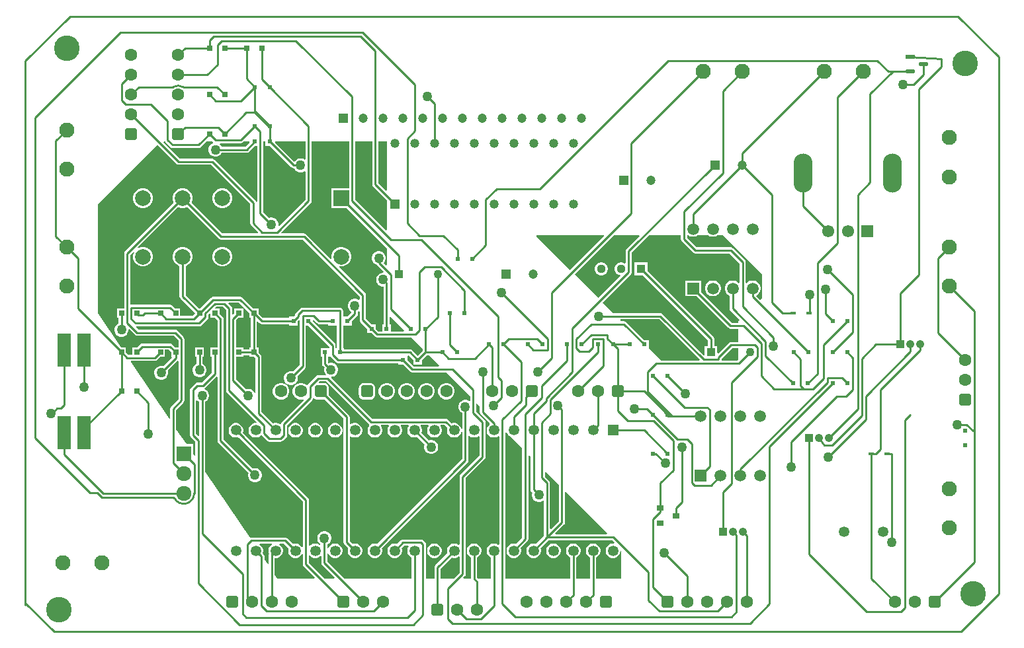
<source format=gtl>
G04*
G04 #@! TF.GenerationSoftware,Altium Limited,Altium Designer,24.2.2 (26)*
G04*
G04 Layer_Physical_Order=1*
G04 Layer_Color=255*
%FSLAX44Y44*%
%MOMM*%
G71*
G04*
G04 #@! TF.SameCoordinates,10A94CF6-3787-4B2F-9572-986175F5FC9A*
G04*
G04*
G04 #@! TF.FilePolarity,Positive*
G04*
G01*
G75*
%ADD16C,0.2540*%
G04:AMPARAMS|DCode=20|XSize=1.2242mm|YSize=0.538mm|CornerRadius=0.269mm|HoleSize=0mm|Usage=FLASHONLY|Rotation=0.000|XOffset=0mm|YOffset=0mm|HoleType=Round|Shape=RoundedRectangle|*
%AMROUNDEDRECTD20*
21,1,1.2242,0.0000,0,0,0.0*
21,1,0.6863,0.5380,0,0,0.0*
1,1,0.5380,0.3431,0.0000*
1,1,0.5380,-0.3431,0.0000*
1,1,0.5380,-0.3431,0.0000*
1,1,0.5380,0.3431,0.0000*
%
%ADD20ROUNDEDRECTD20*%
%ADD21R,1.2242X0.5380*%
%ADD23R,0.7100X0.4030*%
G04:AMPARAMS|DCode=28|XSize=2.4mm|YSize=5mm|CornerRadius=1.2mm|HoleSize=0mm|Usage=FLASHONLY|Rotation=180.000|XOffset=0mm|YOffset=0mm|HoleType=Round|Shape=RoundedRectangle|*
%AMROUNDEDRECTD28*
21,1,2.4000,2.6000,0,0,180.0*
21,1,0.0000,5.0000,0,0,180.0*
1,1,2.4000,0.0000,1.3000*
1,1,2.4000,0.0000,1.3000*
1,1,2.4000,0.0000,-1.3000*
1,1,2.4000,0.0000,-1.3000*
%
%ADD28ROUNDEDRECTD28*%
%ADD29C,1.5500*%
%ADD30R,1.5500X1.5500*%
%ADD46R,2.0000X2.0000*%
%ADD47C,2.0000*%
%ADD49C,1.3500*%
%ADD50R,1.3500X1.3500*%
%ADD53C,0.2540*%
%ADD54R,0.6500X0.6500*%
%ADD55R,0.6000X0.6000*%
%ADD56R,1.7800X4.2700*%
%ADD57R,0.6000X0.6000*%
%ADD58R,0.9000X0.8000*%
%ADD59R,1.2000X1.2000*%
%ADD60C,1.2000*%
%ADD61C,1.9500*%
%ADD62R,1.1900X1.1900*%
%ADD63C,1.1900*%
%ADD64C,1.6000*%
G04:AMPARAMS|DCode=65|XSize=1.6mm|YSize=1.6mm|CornerRadius=0.4mm|HoleSize=0mm|Usage=FLASHONLY|Rotation=90.000|XOffset=0mm|YOffset=0mm|HoleType=Round|Shape=RoundedRectangle|*
%AMROUNDEDRECTD65*
21,1,1.6000,0.8000,0,0,90.0*
21,1,0.8000,1.6000,0,0,90.0*
1,1,0.8000,0.4000,0.4000*
1,1,0.8000,0.4000,-0.4000*
1,1,0.8000,-0.4000,-0.4000*
1,1,0.8000,-0.4000,0.4000*
%
%ADD65ROUNDEDRECTD65*%
%ADD66C,1.1000*%
%ADD67R,1.1000X1.1000*%
%ADD68C,1.5000*%
%ADD69R,1.5000X1.5000*%
%ADD70C,1.0500*%
%ADD71R,1.0500X1.0500*%
%ADD72C,1.9200*%
%ADD73R,1.9200X1.9200*%
G04:AMPARAMS|DCode=74|XSize=1.6mm|YSize=1.6mm|CornerRadius=0.4mm|HoleSize=0mm|Usage=FLASHONLY|Rotation=180.000|XOffset=0mm|YOffset=0mm|HoleType=Round|Shape=RoundedRectangle|*
%AMROUNDEDRECTD74*
21,1,1.6000,0.8000,0,0,180.0*
21,1,0.8000,1.6000,0,0,180.0*
1,1,0.8000,-0.4000,0.4000*
1,1,0.8000,0.4000,0.4000*
1,1,0.8000,0.4000,-0.4000*
1,1,0.8000,-0.4000,-0.4000*
%
%ADD74ROUNDEDRECTD74*%
%ADD75C,1.1300*%
%ADD76R,1.1300X1.1300*%
%ADD77C,3.2700*%
%ADD78C,1.2700*%
G36*
X-955764Y608730D02*
X-960921Y603573D01*
X-991295D01*
X-992204Y605147D01*
X-993783Y606725D01*
X-993754Y607068D01*
X-993387Y607995D01*
X-967120D01*
X-965633Y608291D01*
X-964373Y609133D01*
X-963506Y610000D01*
X-956290D01*
X-955764Y608730D01*
D02*
G37*
G36*
X-1002405Y609355D02*
X-1002749Y607972D01*
X-1004777Y606802D01*
X-1006432Y605147D01*
X-1007602Y603119D01*
X-1008208Y600858D01*
Y598518D01*
X-1007602Y596257D01*
X-1006432Y594229D01*
X-1004777Y592574D01*
X-1002749Y591404D01*
X-1000488Y590798D01*
X-998148D01*
X-995887Y591404D01*
X-993859Y592574D01*
X-992204Y594229D01*
X-991295Y595803D01*
X-959312D01*
X-957825Y596099D01*
X-956565Y596941D01*
X-949046Y604460D01*
X-946075D01*
Y532855D01*
X-947345Y532730D01*
X-947469Y533357D01*
X-948311Y534617D01*
X-1000635Y586941D01*
X-1001895Y587783D01*
X-1003382Y588079D01*
X-1045086D01*
X-1065834Y608827D01*
X-1065348Y610000D01*
X-1063858D01*
X-1063279Y609133D01*
X-1057183Y603037D01*
X-1055923Y602195D01*
X-1054436Y601899D01*
X-1021066D01*
X-1019579Y602195D01*
X-1018319Y603037D01*
X-1011356Y610000D01*
X-1002959D01*
X-1002405Y609355D01*
D02*
G37*
G36*
X-884077Y587599D02*
X-885347Y586997D01*
X-886921Y587906D01*
X-889182Y588512D01*
X-891522D01*
X-893783Y587906D01*
X-895811Y586736D01*
X-897466Y585081D01*
X-897721Y584639D01*
X-898980Y584473D01*
X-923236Y608730D01*
X-922710Y610000D01*
X-884077D01*
Y587599D01*
D02*
G37*
G36*
X-780000Y547653D02*
X-781173Y547167D01*
X-790963Y556957D01*
Y610000D01*
X-780000D01*
Y547653D01*
D02*
G37*
G36*
X-995182Y485689D02*
X-993922Y484847D01*
X-992436Y484551D01*
X-887643D01*
X-814735Y411643D01*
Y407767D01*
X-816005Y407165D01*
X-817579Y408074D01*
X-819840Y408680D01*
X-822180D01*
X-824441Y408074D01*
X-826469Y406904D01*
X-828124Y405249D01*
X-829294Y403221D01*
X-829900Y400960D01*
Y398620D01*
X-829294Y396359D01*
X-828124Y394331D01*
X-826469Y392676D01*
X-825501Y392118D01*
X-825350Y390644D01*
X-830454Y385540D01*
X-836040D01*
X-836115Y386779D01*
Y393126D01*
X-836411Y394613D01*
X-837253Y395873D01*
X-837567Y396187D01*
X-838827Y397029D01*
X-840314Y397325D01*
X-888287D01*
X-889774Y397029D01*
X-891034Y396187D01*
X-896114Y391107D01*
X-896956Y389847D01*
X-897252Y388360D01*
Y387742D01*
X-899454Y385540D01*
X-905040D01*
Y383885D01*
X-938641D01*
X-944460Y389703D01*
Y395790D01*
X-950546D01*
X-964723Y409967D01*
X-965983Y410809D01*
X-967470Y411105D01*
X-1002530D01*
X-1004016Y410809D01*
X-1005276Y409967D01*
X-1019454Y395790D01*
X-1020046D01*
X-1037615Y413359D01*
Y450559D01*
X-1036659Y450815D01*
X-1033800Y452466D01*
X-1031465Y454800D01*
X-1029814Y457660D01*
X-1028960Y460849D01*
Y464151D01*
X-1029814Y467340D01*
X-1031465Y470200D01*
X-1033800Y472535D01*
X-1036659Y474185D01*
X-1039849Y475040D01*
X-1043151D01*
X-1046340Y474185D01*
X-1049200Y472535D01*
X-1051534Y470200D01*
X-1053185Y467340D01*
X-1054040Y464151D01*
Y460849D01*
X-1053185Y457660D01*
X-1051534Y454800D01*
X-1049200Y452466D01*
X-1046340Y450815D01*
X-1045384Y450559D01*
Y411750D01*
X-1045089Y410263D01*
X-1044247Y409003D01*
X-1025540Y390296D01*
Y389703D01*
X-1028587Y386657D01*
X-1044460D01*
Y395790D01*
X-1050546D01*
X-1054563Y399807D01*
X-1055824Y400649D01*
X-1057310Y400945D01*
X-1107310D01*
X-1107524Y400902D01*
X-1108505Y401708D01*
Y465001D01*
X-1104476Y469030D01*
X-1103460Y468250D01*
X-1103985Y467340D01*
X-1104840Y464151D01*
Y460849D01*
X-1103985Y457660D01*
X-1102334Y454800D01*
X-1099999Y452466D01*
X-1097140Y450815D01*
X-1093951Y449960D01*
X-1090649D01*
X-1087459Y450815D01*
X-1084600Y452466D01*
X-1082265Y454800D01*
X-1080614Y457660D01*
X-1079760Y460849D01*
Y464151D01*
X-1080614Y467340D01*
X-1082265Y470200D01*
X-1084600Y472535D01*
X-1087459Y474185D01*
X-1090649Y475040D01*
X-1093951D01*
X-1097140Y474185D01*
X-1098050Y473660D01*
X-1098830Y474676D01*
X-1047197Y526309D01*
X-1046340Y525815D01*
X-1043151Y524960D01*
X-1039849D01*
X-1036659Y525815D01*
X-1035803Y526309D01*
X-995182Y485689D01*
D02*
G37*
G36*
X-935540Y604460D02*
X-929954D01*
X-902369Y576875D01*
X-901109Y576033D01*
X-899622Y575737D01*
X-898374D01*
X-897466Y574163D01*
X-895811Y572508D01*
X-893783Y571338D01*
X-891522Y570732D01*
X-889182D01*
X-886921Y571338D01*
X-885347Y572247D01*
X-884077Y571645D01*
Y535511D01*
X-918073Y501515D01*
X-919211Y502173D01*
X-919054Y502760D01*
Y505100D01*
X-919660Y507361D01*
X-920830Y509389D01*
X-922485Y511044D01*
X-924513Y512214D01*
X-926774Y512820D01*
X-929114D01*
X-930870Y512350D01*
X-938305Y519785D01*
Y610000D01*
X-935540D01*
Y604460D01*
D02*
G37*
G36*
X-798733Y555348D02*
X-798437Y553862D01*
X-797595Y552601D01*
X-780000Y535006D01*
Y496489D01*
X-781173Y496003D01*
X-820681Y535511D01*
Y610000D01*
X-798733D01*
Y555348D01*
D02*
G37*
G36*
X-1049442Y581447D02*
X-1048181Y580605D01*
X-1046695Y580309D01*
X-1004991D01*
X-954943Y530261D01*
Y505200D01*
X-954647Y503713D01*
X-953805Y502453D01*
X-944846Y493494D01*
X-945332Y492321D01*
X-990827D01*
X-1030309Y531803D01*
X-1029814Y532660D01*
X-1028960Y535849D01*
Y539151D01*
X-1029814Y542340D01*
X-1031465Y545200D01*
X-1033800Y547535D01*
X-1036659Y549186D01*
X-1039849Y550040D01*
X-1043151D01*
X-1046340Y549186D01*
X-1049200Y547535D01*
X-1051534Y545200D01*
X-1053185Y542340D01*
X-1054040Y539151D01*
Y535849D01*
X-1053185Y532660D01*
X-1052691Y531803D01*
X-1115137Y469357D01*
X-1115979Y468096D01*
X-1116275Y466610D01*
Y395790D01*
X-1125540D01*
Y384210D01*
X-1123635D01*
Y376824D01*
X-1125209Y375916D01*
X-1126864Y374261D01*
X-1128034Y372233D01*
X-1128640Y369972D01*
Y367632D01*
X-1128034Y365371D01*
X-1126864Y363343D01*
X-1125209Y361688D01*
X-1123182Y360518D01*
X-1120920Y359912D01*
X-1118580D01*
X-1116319Y360518D01*
X-1114292Y361688D01*
X-1112636Y363343D01*
X-1111466Y365371D01*
X-1110860Y367632D01*
Y369040D01*
X-1109590Y369566D01*
X-1102269Y362245D01*
X-1101009Y361403D01*
X-1099522Y361107D01*
X-1052743D01*
X-1046891Y355255D01*
Y345790D01*
X-1050546D01*
X-1054715Y349959D01*
X-1055976Y350801D01*
X-1057462Y351097D01*
X-1093038D01*
X-1094525Y350801D01*
X-1095785Y349959D01*
X-1099954Y345790D01*
X-1106040D01*
Y336619D01*
X-1110875D01*
X-1113960Y339704D01*
Y345790D01*
X-1120046D01*
X-1120191Y345935D01*
X-1150000Y390000D01*
Y530000D01*
X-1073997Y606003D01*
X-1049442Y581447D01*
D02*
G37*
G36*
X-300000Y440000D02*
Y410000D01*
X-302503Y407497D01*
X-306987Y411980D01*
X-306821Y413239D01*
X-305735Y413866D01*
X-303866Y415736D01*
X-302544Y418025D01*
X-301860Y420578D01*
Y423222D01*
X-302544Y425775D01*
X-303866Y428065D01*
X-305735Y429934D01*
X-308025Y431256D01*
X-310578Y431940D01*
X-313222D01*
X-315775Y431256D01*
X-318065Y429934D01*
X-319539Y428460D01*
X-320809Y428986D01*
Y455670D01*
X-321105Y457157D01*
X-321947Y458417D01*
X-336933Y473403D01*
X-338193Y474245D01*
X-339680Y474541D01*
X-383791D01*
X-395739Y486489D01*
Y490000D01*
X-394150D01*
X-391975Y488744D01*
X-389422Y488060D01*
X-386778D01*
X-384225Y488744D01*
X-382050Y490000D01*
X-368750D01*
X-366575Y488744D01*
X-364022Y488060D01*
X-361378D01*
X-358825Y488744D01*
X-356650Y490000D01*
X-350000D01*
X-300000Y440000D01*
D02*
G37*
G36*
X-456667Y488827D02*
X-473237Y472257D01*
X-474079Y470997D01*
X-474375Y469510D01*
Y454676D01*
X-475645Y453943D01*
X-476839Y454632D01*
X-478922Y455190D01*
X-481078D01*
X-483161Y454632D01*
X-485028Y453554D01*
X-486553Y452029D01*
X-487632Y450161D01*
X-488190Y448078D01*
Y445922D01*
X-487632Y443839D01*
X-486553Y441971D01*
X-485028Y440446D01*
X-483161Y439368D01*
X-481758Y438992D01*
X-481365Y437589D01*
X-509477Y409477D01*
X-539797Y439797D01*
X-489594Y490000D01*
X-457153D01*
X-456667Y488827D01*
D02*
G37*
G36*
X-828451Y550040D02*
X-851040D01*
Y524960D01*
X-831454D01*
X-780000Y473507D01*
Y451785D01*
X-781173Y451299D01*
X-784164Y454290D01*
X-783162Y455291D01*
X-781992Y457319D01*
X-781386Y459580D01*
Y461920D01*
X-781992Y464181D01*
X-783162Y466209D01*
X-784817Y467864D01*
X-786845Y469034D01*
X-789106Y469640D01*
X-791446D01*
X-793707Y469034D01*
X-795735Y467864D01*
X-797390Y466209D01*
X-798560Y464181D01*
X-799166Y461920D01*
Y459580D01*
X-798560Y457319D01*
X-797390Y455291D01*
X-795735Y453636D01*
X-793707Y452466D01*
X-793122Y452309D01*
X-793023Y452161D01*
X-784086Y443224D01*
X-784612Y441954D01*
X-785858D01*
X-788119Y441348D01*
X-790147Y440178D01*
X-791802Y438523D01*
X-792972Y436495D01*
X-793578Y434234D01*
Y431894D01*
X-792972Y429633D01*
X-791802Y427605D01*
X-790147Y425950D01*
X-788119Y424780D01*
X-785858Y424174D01*
X-784385D01*
Y375540D01*
X-786040D01*
Y366845D01*
X-790851D01*
X-793960Y369954D01*
Y375540D01*
X-799546D01*
X-806965Y382959D01*
Y413252D01*
X-807261Y414739D01*
X-808103Y415999D01*
X-841030Y448926D01*
X-840395Y450025D01*
X-840151Y449960D01*
X-836849D01*
X-833660Y450815D01*
X-830800Y452466D01*
X-828465Y454800D01*
X-826814Y457660D01*
X-825960Y460849D01*
Y464151D01*
X-826814Y467340D01*
X-828465Y470200D01*
X-830800Y472535D01*
X-833660Y474185D01*
X-836849Y475040D01*
X-840151D01*
X-843340Y474185D01*
X-846200Y472535D01*
X-848534Y470200D01*
X-850185Y467340D01*
X-851040Y464151D01*
Y460849D01*
X-850975Y460605D01*
X-852074Y459970D01*
X-883287Y491183D01*
X-884547Y492025D01*
X-886034Y492321D01*
X-914620D01*
X-915106Y493494D01*
X-877445Y531155D01*
X-876603Y532415D01*
X-876307Y533902D01*
Y610000D01*
X-828451D01*
Y550040D01*
D02*
G37*
G36*
X-501755Y488827D02*
X-545291Y445291D01*
X-588730Y488730D01*
X-588204Y490000D01*
X-502241D01*
X-501755Y488827D01*
D02*
G37*
G36*
X-403509Y484880D02*
X-403213Y483393D01*
X-402371Y482133D01*
X-388147Y467909D01*
X-386887Y467067D01*
X-385400Y466771D01*
X-341289D01*
X-328579Y454061D01*
Y429174D01*
X-329849Y428647D01*
X-331135Y429934D01*
X-333425Y431256D01*
X-335978Y431940D01*
X-338622D01*
X-341175Y431256D01*
X-343465Y429934D01*
X-345334Y428065D01*
X-346656Y425775D01*
X-347340Y423222D01*
Y420578D01*
X-346656Y418025D01*
X-345334Y415736D01*
X-343465Y413866D01*
X-341185Y412550D01*
Y395787D01*
X-340889Y394300D01*
X-340047Y393040D01*
X-328503Y381497D01*
X-330000Y380000D01*
Y377767D01*
X-338473D01*
X-378060Y417354D01*
Y431940D01*
X-398140D01*
Y411860D01*
X-383554D01*
X-342829Y371135D01*
X-341568Y370293D01*
X-340082Y369997D01*
X-330000D01*
Y353195D01*
X-339680D01*
X-341167Y352899D01*
X-342427Y352057D01*
X-355786Y338697D01*
X-356960Y339183D01*
Y348040D01*
X-361115D01*
Y357400D01*
X-361411Y358886D01*
X-362253Y360147D01*
X-446410Y444304D01*
Y455190D01*
X-462790D01*
Y438810D01*
X-451903D01*
X-368884Y355791D01*
Y348040D01*
X-373040D01*
Y336573D01*
X-374213Y336087D01*
X-427201Y389075D01*
X-428461Y389917D01*
X-429948Y390213D01*
X-490213D01*
X-503983Y403983D01*
X-467743Y440223D01*
X-466901Y441483D01*
X-466605Y442970D01*
Y467901D01*
X-444506Y490000D01*
X-403509D01*
Y484880D01*
D02*
G37*
G36*
X-891443Y380904D02*
Y323675D01*
X-899872Y315246D01*
X-901628Y315716D01*
X-903968D01*
X-906229Y315110D01*
X-908257Y313940D01*
X-909912Y312285D01*
X-911082Y310257D01*
X-911688Y307996D01*
Y305656D01*
X-911082Y303395D01*
X-909912Y301367D01*
X-908257Y299712D01*
X-906229Y298542D01*
X-903968Y297936D01*
X-901628D01*
X-899367Y298542D01*
X-897339Y299712D01*
X-895684Y301367D01*
X-894514Y303395D01*
X-893908Y305656D01*
Y307996D01*
X-894378Y309752D01*
X-884811Y319319D01*
X-883969Y320579D01*
X-883673Y322066D01*
Y374460D01*
X-880454D01*
X-853343Y347349D01*
Y346761D01*
X-853460Y345540D01*
X-864540D01*
Y334460D01*
X-862884D01*
Y325114D01*
X-862589Y323627D01*
X-861747Y322367D01*
X-859799Y320420D01*
X-860270Y318664D01*
Y316324D01*
X-859664Y314063D01*
X-858494Y312035D01*
X-858088Y311630D01*
X-858574Y310457D01*
X-868000D01*
X-869487Y310161D01*
X-870747Y309319D01*
X-880907Y299159D01*
X-881528Y298230D01*
X-882953Y297859D01*
X-883528Y298434D01*
X-885932Y299822D01*
X-888612Y300540D01*
X-891388D01*
X-894068Y299822D01*
X-896472Y298434D01*
X-898434Y296472D01*
X-899822Y294068D01*
X-900540Y291388D01*
Y288612D01*
X-899822Y285932D01*
X-898434Y283528D01*
X-896472Y281566D01*
X-894068Y280178D01*
X-891388Y279460D01*
X-888612D01*
X-886978Y279898D01*
X-886320Y278759D01*
X-914435Y250645D01*
X-915277Y249385D01*
X-915538Y248072D01*
X-916113Y247736D01*
X-916843Y247519D01*
X-918814Y248657D01*
X-921177Y249290D01*
X-923623D01*
X-925653Y248746D01*
X-940315Y263409D01*
Y333950D01*
X-940611Y335437D01*
X-941453Y336697D01*
X-944460Y339704D01*
Y345790D01*
X-946365D01*
Y378962D01*
X-945192Y379448D01*
X-942997Y377253D01*
X-941736Y376411D01*
X-940250Y376115D01*
X-905040D01*
Y374460D01*
X-893960D01*
Y380046D01*
X-892616Y381390D01*
X-891443Y380904D01*
D02*
G37*
G36*
X-758018Y368018D02*
X-758504Y366845D01*
X-774960D01*
Y375540D01*
X-776615D01*
Y384956D01*
X-775442Y385442D01*
X-758018Y368018D01*
D02*
G37*
G36*
X-869525Y377253D02*
X-868264Y376411D01*
X-866778Y376115D01*
X-855040D01*
Y374460D01*
X-843960D01*
X-843885Y373221D01*
Y345540D01*
X-845540D01*
X-845573Y346796D01*
Y348958D01*
X-845869Y350445D01*
X-846711Y351705D01*
X-874862Y379856D01*
X-874760Y380799D01*
X-873545Y381274D01*
X-869525Y377253D01*
D02*
G37*
G36*
X-956040Y390296D02*
Y384210D01*
X-954134D01*
Y345790D01*
X-956040D01*
Y343885D01*
X-963960D01*
Y345790D01*
X-972925D01*
Y381331D01*
X-970046Y384210D01*
X-963960D01*
Y395790D01*
X-975540D01*
Y389703D01*
X-976832Y388411D01*
X-978005Y388897D01*
Y395920D01*
X-978301Y397407D01*
X-979143Y398667D01*
X-982638Y402162D01*
X-982152Y403335D01*
X-969079D01*
X-956040Y390296D01*
D02*
G37*
G36*
X-814735Y391813D02*
Y381350D01*
X-814439Y379864D01*
X-813597Y378603D01*
X-805040Y370046D01*
Y364460D01*
X-799454D01*
X-795207Y360213D01*
X-793947Y359371D01*
X-792460Y359075D01*
X-749075D01*
X-734385Y344385D01*
Y341609D01*
X-740454Y335540D01*
X-740546D01*
X-747753Y342747D01*
X-749014Y343589D01*
X-750500Y343885D01*
X-834460D01*
Y345540D01*
X-836115D01*
Y373221D01*
X-836040Y374460D01*
X-824960D01*
Y380046D01*
X-818263Y386743D01*
X-817421Y388003D01*
X-817125Y389490D01*
Y391768D01*
X-816005Y392415D01*
X-814735Y391813D01*
D02*
G37*
G36*
X-330000Y330494D02*
X-330999Y329495D01*
X-351034D01*
X-351840Y330476D01*
X-351797Y330690D01*
Y331699D01*
X-338071Y345425D01*
X-330000D01*
Y330494D01*
D02*
G37*
G36*
X-379782Y330668D02*
X-380268Y329495D01*
X-429495D01*
X-444960Y344960D01*
Y355540D01*
X-450546D01*
X-473716Y378710D01*
X-474977Y379552D01*
X-476463Y379847D01*
X-479847D01*
X-481270Y381270D01*
X-480784Y382443D01*
X-431557D01*
X-379782Y330668D01*
D02*
G37*
G36*
X-713060Y323060D02*
X-713546Y321887D01*
X-745893D01*
X-753960Y329954D01*
Y335540D01*
X-752928Y336115D01*
X-752109D01*
X-746040Y330046D01*
Y324460D01*
X-734960D01*
Y330046D01*
X-728891Y336115D01*
X-726115D01*
X-713060Y323060D01*
D02*
G37*
G36*
X-956040Y334210D02*
X-949954D01*
X-948085Y332341D01*
Y288391D01*
X-949355Y288051D01*
X-950294Y289679D01*
X-951949Y291334D01*
X-953977Y292504D01*
X-956238Y293110D01*
X-958578D01*
X-960334Y292640D01*
X-972925Y305231D01*
Y334210D01*
X-963960D01*
Y336115D01*
X-956040D01*
Y334210D01*
D02*
G37*
G36*
X-853460Y334460D02*
Y334460D01*
X-852250Y334179D01*
X-852205Y334111D01*
X-845347Y327253D01*
X-844087Y326411D01*
X-842600Y326115D01*
X-765040D01*
Y324460D01*
X-759454D01*
X-750249Y315255D01*
X-748988Y314413D01*
X-747502Y314117D01*
X-704117D01*
X-673257Y283257D01*
Y277973D01*
X-674527Y277372D01*
X-676101Y278280D01*
X-678362Y278886D01*
X-680702D01*
X-682963Y278280D01*
X-684991Y277110D01*
X-686646Y275455D01*
X-687816Y273427D01*
X-688422Y271166D01*
Y268826D01*
X-687816Y266565D01*
X-686646Y264537D01*
X-684991Y262882D01*
X-683417Y261973D01*
Y242049D01*
X-684687Y241882D01*
X-685143Y243586D01*
X-686366Y245704D01*
X-688096Y247434D01*
X-690214Y248657D01*
X-692577Y249290D01*
X-695023D01*
X-697053Y248746D01*
X-701745Y253439D01*
X-703006Y254281D01*
X-704492Y254577D01*
X-798573D01*
X-851330Y307334D01*
X-850804Y308604D01*
X-850209D01*
X-847948Y309210D01*
X-845921Y310380D01*
X-844266Y312035D01*
X-843096Y314063D01*
X-842490Y316324D01*
Y318664D01*
X-843096Y320925D01*
X-844266Y322953D01*
X-845921Y324608D01*
X-847948Y325778D01*
X-850209Y326384D01*
X-852550D01*
X-854165Y325951D01*
X-855115Y326772D01*
Y334460D01*
X-853460D01*
X-853460Y334460D01*
D02*
G37*
G36*
X-1056040Y340296D02*
Y334210D01*
X-1055678D01*
X-1055152Y332940D01*
X-1065988Y322104D01*
X-1067744Y322574D01*
X-1070084D01*
X-1072345Y321968D01*
X-1074373Y320798D01*
X-1076028Y319143D01*
X-1077198Y317115D01*
X-1077804Y314854D01*
Y312514D01*
X-1077198Y310253D01*
X-1076028Y308225D01*
X-1074373Y306570D01*
X-1072345Y305400D01*
X-1070084Y304794D01*
X-1067744D01*
X-1065483Y305400D01*
X-1063455Y306570D01*
X-1061800Y308225D01*
X-1060630Y310253D01*
X-1060024Y312514D01*
Y314854D01*
X-1060494Y316610D01*
X-1048161Y328944D01*
X-1046891Y328418D01*
Y279733D01*
X-1056167Y270457D01*
X-1057009Y269197D01*
X-1057305Y267710D01*
Y255139D01*
X-1058519Y254767D01*
X-1107875Y327728D01*
X-1107279Y328849D01*
X-1077016D01*
X-1075529Y329145D01*
X-1074269Y329987D01*
X-1070046Y334210D01*
X-1063960D01*
Y343327D01*
X-1059071D01*
X-1056040Y340296D01*
D02*
G37*
G36*
X-1021889Y277266D02*
X-1020315Y276357D01*
Y233122D01*
X-1021488Y232636D01*
X-1024135Y235283D01*
Y277717D01*
X-1022865Y278243D01*
X-1021889Y277266D01*
D02*
G37*
G36*
X-1006040Y389027D02*
Y384210D01*
X-999954D01*
X-996853Y381109D01*
Y345790D01*
X-1006040D01*
Y334210D01*
X-1004135D01*
Y313769D01*
X-1016845Y301059D01*
X-1022686D01*
X-1024173Y300763D01*
X-1025433Y299921D01*
X-1030767Y294587D01*
X-1031609Y293327D01*
X-1031905Y291840D01*
Y233674D01*
X-1031609Y232187D01*
X-1030767Y230927D01*
X-1025395Y225555D01*
Y207968D01*
X-1026609Y207596D01*
X-1027860Y209445D01*
Y222140D01*
X-1036448D01*
X-1049535Y241487D01*
Y266101D01*
X-1040259Y275377D01*
X-1039417Y276637D01*
X-1039121Y278124D01*
Y356864D01*
X-1039417Y358351D01*
X-1040259Y359611D01*
X-1048387Y367739D01*
X-1049647Y368581D01*
X-1051134Y368877D01*
X-1097914D01*
X-1101066Y372029D01*
X-1100540Y373299D01*
X-1020400D01*
X-1018913Y373595D01*
X-1017653Y374437D01*
X-1009643Y382447D01*
X-1008801Y383707D01*
X-1008506Y385194D01*
Y388221D01*
X-1007214Y389513D01*
X-1006040Y389027D01*
D02*
G37*
G36*
X-985775Y394311D02*
Y290922D01*
X-985479Y289436D01*
X-984637Y288175D01*
X-947022Y250560D01*
X-947548Y249290D01*
X-949023D01*
X-951386Y248657D01*
X-953504Y247434D01*
X-955234Y245704D01*
X-956457Y243586D01*
X-957090Y241223D01*
Y238777D01*
X-956457Y236414D01*
X-955234Y234296D01*
X-953504Y232566D01*
X-951386Y231343D01*
X-949023Y230710D01*
X-946577D01*
X-944214Y231343D01*
X-942096Y232566D01*
X-941189Y233473D01*
X-940154Y233371D01*
X-939744Y233122D01*
X-933231Y226609D01*
X-931971Y225767D01*
X-930484Y225471D01*
X-915752D01*
X-914265Y225767D01*
X-913005Y226609D01*
X-908941Y230673D01*
X-908099Y231933D01*
X-907803Y233420D01*
Y246289D01*
X-875413Y278679D01*
X-874571Y279939D01*
X-874411Y280744D01*
X-873916Y280999D01*
X-873034Y281159D01*
X-871898Y280287D01*
X-870307Y279628D01*
X-868600Y279404D01*
X-860600D01*
X-859626Y279532D01*
X-835309Y255215D01*
Y96319D01*
X-835013Y94832D01*
X-834171Y93572D01*
X-829546Y88948D01*
X-830090Y86918D01*
Y84472D01*
X-829457Y82109D01*
X-828234Y79991D01*
X-826504Y78261D01*
X-824386Y77038D01*
X-822023Y76405D01*
X-819577D01*
X-817214Y77038D01*
X-815096Y78261D01*
X-813366Y79991D01*
X-812143Y82109D01*
X-811510Y84472D01*
Y86918D01*
X-812143Y89281D01*
X-813366Y91399D01*
X-815096Y93129D01*
X-817214Y94352D01*
X-819577Y94985D01*
X-822023D01*
X-824053Y94441D01*
X-827539Y97928D01*
Y231988D01*
X-826269Y232431D01*
X-824386Y231343D01*
X-822023Y230710D01*
X-819577D01*
X-817214Y231343D01*
X-815096Y232566D01*
X-813366Y234296D01*
X-812143Y236414D01*
X-811510Y238777D01*
Y241223D01*
X-812143Y243586D01*
X-813366Y245704D01*
X-815096Y247434D01*
X-817214Y248657D01*
X-819577Y249290D01*
X-822023D01*
X-824386Y248657D01*
X-826269Y247570D01*
X-827539Y248013D01*
Y256824D01*
X-827835Y258311D01*
X-828677Y259571D01*
X-854132Y285026D01*
X-854004Y286000D01*
Y294000D01*
X-854228Y295707D01*
X-854887Y297298D01*
X-855936Y298664D01*
X-857302Y299713D01*
X-858893Y300372D01*
X-860600Y300597D01*
X-866823D01*
X-867309Y301770D01*
X-866391Y302687D01*
X-857671D01*
X-802929Y247945D01*
X-802605Y247729D01*
X-802444Y246094D01*
X-802834Y245704D01*
X-804057Y243586D01*
X-804690Y241223D01*
Y238777D01*
X-804057Y236414D01*
X-802834Y234296D01*
X-801104Y232566D01*
X-798986Y231343D01*
X-796623Y230710D01*
X-794177D01*
X-791814Y231343D01*
X-789696Y232566D01*
X-787966Y234296D01*
X-786743Y236414D01*
X-786110Y238777D01*
Y241223D01*
X-786743Y243586D01*
X-787870Y245537D01*
X-787476Y246807D01*
X-777924D01*
X-777531Y245537D01*
X-778657Y243586D01*
X-779290Y241223D01*
Y238777D01*
X-778657Y236414D01*
X-777434Y234296D01*
X-775704Y232566D01*
X-773586Y231343D01*
X-771223Y230710D01*
X-768777D01*
X-766414Y231343D01*
X-764296Y232566D01*
X-762566Y234296D01*
X-761343Y236414D01*
X-760710Y238777D01*
Y241223D01*
X-761343Y243586D01*
X-762470Y245537D01*
X-762076Y246807D01*
X-752524D01*
X-752131Y245537D01*
X-753257Y243586D01*
X-753890Y241223D01*
Y238777D01*
X-753257Y236414D01*
X-752034Y234296D01*
X-750304Y232566D01*
X-748186Y231343D01*
X-745823Y230710D01*
X-743377D01*
X-741348Y231254D01*
X-731708Y221614D01*
X-732178Y219858D01*
Y217518D01*
X-731572Y215257D01*
X-730402Y213229D01*
X-728747Y211574D01*
X-726720Y210404D01*
X-724458Y209798D01*
X-722118D01*
X-719857Y210404D01*
X-717830Y211574D01*
X-716174Y213229D01*
X-715004Y215257D01*
X-714398Y217518D01*
Y219858D01*
X-715004Y222119D01*
X-716174Y224147D01*
X-717830Y225802D01*
X-719857Y226972D01*
X-722118Y227578D01*
X-724458D01*
X-726214Y227108D01*
X-735854Y236748D01*
X-735310Y238777D01*
Y241223D01*
X-735943Y243586D01*
X-737070Y245537D01*
X-736676Y246807D01*
X-727124D01*
X-726730Y245537D01*
X-727857Y243586D01*
X-728490Y241223D01*
Y238777D01*
X-727857Y236414D01*
X-726634Y234296D01*
X-724904Y232566D01*
X-722786Y231343D01*
X-720423Y230710D01*
X-717977D01*
X-715614Y231343D01*
X-713496Y232566D01*
X-711766Y234296D01*
X-710543Y236414D01*
X-709910Y238777D01*
Y241223D01*
X-710543Y243586D01*
X-711670Y245537D01*
X-711276Y246807D01*
X-706101D01*
X-702546Y243253D01*
X-703090Y241223D01*
Y238777D01*
X-702457Y236414D01*
X-701234Y234296D01*
X-699504Y232566D01*
X-697386Y231343D01*
X-695023Y230710D01*
X-692577D01*
X-690214Y231343D01*
X-688096Y232566D01*
X-686366Y234296D01*
X-685143Y236414D01*
X-684687Y238118D01*
X-683417Y237951D01*
Y203172D01*
X-792148Y94441D01*
X-794177Y94985D01*
X-796623D01*
X-798986Y94352D01*
X-801104Y93129D01*
X-802834Y91399D01*
X-804057Y89281D01*
X-804690Y86918D01*
Y84472D01*
X-804057Y82109D01*
X-802834Y79991D01*
X-801104Y78261D01*
X-798986Y77038D01*
X-796623Y76405D01*
X-794177D01*
X-791814Y77038D01*
X-789696Y78261D01*
X-787966Y79991D01*
X-786743Y82109D01*
X-786110Y84472D01*
Y86918D01*
X-786654Y88948D01*
X-676785Y198817D01*
X-675943Y200077D01*
X-675647Y201563D01*
Y232450D01*
X-674474Y232936D01*
X-674104Y232566D01*
X-671986Y231343D01*
X-669623Y230710D01*
X-667177D01*
X-664814Y231343D01*
X-662843Y232482D01*
X-661589Y232108D01*
X-661573Y232101D01*
Y207597D01*
X-685835Y183335D01*
X-686677Y182075D01*
X-686973Y180588D01*
Y93594D01*
X-686989Y93588D01*
X-688243Y93214D01*
X-690214Y94352D01*
X-692577Y94985D01*
X-695023D01*
X-697386Y94352D01*
X-699504Y93129D01*
X-701234Y91399D01*
X-702457Y89281D01*
X-703090Y86918D01*
Y84472D01*
X-702546Y82443D01*
X-718147Y66842D01*
X-718989Y65582D01*
X-719285Y64096D01*
Y50000D01*
X-730003D01*
Y93720D01*
X-730299Y95207D01*
X-731141Y96467D01*
X-733681Y99007D01*
X-734941Y99849D01*
X-736428Y100145D01*
X-759435D01*
X-760922Y99849D01*
X-762182Y99007D01*
X-766748Y94441D01*
X-768777Y94985D01*
X-771223D01*
X-773586Y94352D01*
X-775704Y93129D01*
X-777434Y91399D01*
X-778657Y89281D01*
X-779290Y86918D01*
Y84472D01*
X-778657Y82109D01*
X-777434Y79991D01*
X-775704Y78261D01*
X-773586Y77038D01*
X-771223Y76405D01*
X-768777D01*
X-766414Y77038D01*
X-764296Y78261D01*
X-762566Y79991D01*
X-761343Y82109D01*
X-760710Y84472D01*
Y86918D01*
X-761254Y88948D01*
X-757826Y92375D01*
X-752690D01*
X-752204Y91105D01*
X-753257Y89281D01*
X-753890Y86918D01*
Y84472D01*
X-753257Y82109D01*
X-752034Y79991D01*
X-750304Y78261D01*
X-748485Y77211D01*
Y50000D01*
X-834506D01*
X-856241Y71735D01*
Y82368D01*
X-854971Y82536D01*
X-854857Y82109D01*
X-853634Y79991D01*
X-851904Y78261D01*
X-849786Y77038D01*
X-847423Y76405D01*
X-844977D01*
X-842614Y77038D01*
X-840496Y78261D01*
X-838766Y79991D01*
X-837543Y82109D01*
X-836910Y84472D01*
Y86918D01*
X-837543Y89281D01*
X-838766Y91399D01*
X-840496Y93129D01*
X-842614Y94352D01*
X-844977Y94985D01*
X-847423D01*
X-849786Y94352D01*
X-851904Y93129D01*
X-853634Y91399D01*
X-854857Y89281D01*
X-854971Y88855D01*
X-856241Y89022D01*
Y93826D01*
X-854667Y94734D01*
X-853012Y96389D01*
X-851842Y98417D01*
X-851236Y100678D01*
Y103018D01*
X-851842Y105279D01*
X-853012Y107307D01*
X-854667Y108962D01*
X-856695Y110132D01*
X-858956Y110738D01*
X-861296D01*
X-863557Y110132D01*
X-865585Y108962D01*
X-867240Y107307D01*
X-868410Y105279D01*
X-869016Y103018D01*
Y100678D01*
X-868410Y98417D01*
X-867240Y96389D01*
X-865585Y94734D01*
X-864604Y94168D01*
X-864637Y93666D01*
X-865896Y93129D01*
X-868014Y94352D01*
X-870377Y94985D01*
X-872823D01*
X-875186Y94352D01*
X-877304Y93129D01*
X-878593Y91840D01*
X-879863Y92366D01*
Y150548D01*
X-880159Y152035D01*
X-881001Y153295D01*
X-964454Y236748D01*
X-963910Y238777D01*
Y241223D01*
X-964543Y243586D01*
X-965766Y245704D01*
X-967496Y247434D01*
X-969614Y248657D01*
X-971977Y249290D01*
X-974423D01*
X-976786Y248657D01*
X-978904Y247434D01*
X-980634Y245704D01*
X-981857Y243586D01*
X-982490Y241223D01*
Y238777D01*
X-981857Y236414D01*
X-980634Y234296D01*
X-978904Y232566D01*
X-976786Y231343D01*
X-974423Y230710D01*
X-971977D01*
X-969948Y231254D01*
X-887633Y148939D01*
Y90590D01*
X-888903Y90250D01*
X-889566Y91399D01*
X-891296Y93129D01*
X-893414Y94352D01*
X-895777Y94985D01*
X-898223D01*
X-900253Y94441D01*
X-907358Y101547D01*
X-908618Y102389D01*
X-910105Y102685D01*
X-953344D01*
X-954831Y102389D01*
X-955250Y102109D01*
X-1012545Y186806D01*
Y276357D01*
X-1010971Y277266D01*
X-1009316Y278921D01*
X-1008146Y280949D01*
X-1007540Y283210D01*
Y285550D01*
X-1008146Y287811D01*
X-1009316Y289839D01*
X-1010971Y291494D01*
X-1012915Y292616D01*
X-1013026Y292986D01*
X-1013114Y294010D01*
X-1012489Y294427D01*
X-998123Y308794D01*
X-996853Y308268D01*
Y226816D01*
X-996557Y225329D01*
X-995715Y224069D01*
X-957192Y185546D01*
X-957662Y183790D01*
Y181450D01*
X-957056Y179189D01*
X-955886Y177161D01*
X-954231Y175506D01*
X-952203Y174336D01*
X-949942Y173730D01*
X-947602D01*
X-945341Y174336D01*
X-943313Y175506D01*
X-941658Y177161D01*
X-940488Y179189D01*
X-939882Y181450D01*
Y183790D01*
X-940488Y186051D01*
X-941658Y188079D01*
X-943313Y189734D01*
X-945341Y190904D01*
X-947602Y191510D01*
X-949942D01*
X-951698Y191040D01*
X-989083Y228425D01*
Y382718D01*
X-989379Y384204D01*
X-990221Y385465D01*
X-994460Y389703D01*
Y395790D01*
X-999277D01*
X-999763Y396963D01*
X-998471Y398255D01*
X-989719D01*
X-985775Y394311D01*
D02*
G37*
G36*
X-559973Y169973D02*
Y123416D01*
X-569970Y113419D01*
X-571143Y113905D01*
Y172538D01*
X-571439Y174025D01*
X-572281Y175285D01*
X-577603Y180607D01*
Y185944D01*
X-576430Y186430D01*
X-559973Y169973D01*
D02*
G37*
G36*
X-497922Y107922D02*
X-498408Y106749D01*
X-563994D01*
X-564480Y107922D01*
X-553341Y119060D01*
X-552499Y120321D01*
X-552203Y121807D01*
Y160544D01*
X-551030Y161030D01*
X-497922Y107922D01*
D02*
G37*
G36*
X-661095Y271095D02*
Y263371D01*
X-660799Y261884D01*
X-659957Y260624D01*
X-648214Y248881D01*
X-648380Y247622D01*
X-648704Y247434D01*
X-650434Y245704D01*
X-651657Y243586D01*
X-652290Y241223D01*
Y238777D01*
X-651657Y236414D01*
X-650434Y234296D01*
X-648704Y232566D01*
X-646586Y231343D01*
X-644223Y230710D01*
X-641777D01*
X-639414Y231343D01*
X-637443Y232482D01*
X-636189Y232108D01*
X-636173Y232101D01*
Y93594D01*
X-636189Y93588D01*
X-637443Y93214D01*
X-639414Y94352D01*
X-641777Y94985D01*
X-644223D01*
X-646586Y94352D01*
X-648704Y93129D01*
X-650434Y91399D01*
X-651657Y89281D01*
X-652290Y86918D01*
Y84472D01*
X-651657Y82109D01*
X-650434Y79991D01*
X-648704Y78261D01*
X-646885Y77211D01*
Y50000D01*
X-663392D01*
X-664516Y51123D01*
Y77211D01*
X-662696Y78261D01*
X-660966Y79991D01*
X-659743Y82109D01*
X-659110Y84472D01*
Y86918D01*
X-659743Y89281D01*
X-660966Y91399D01*
X-662696Y93129D01*
X-664814Y94352D01*
X-667177Y94985D01*
X-669623D01*
X-671986Y94352D01*
X-674104Y93129D01*
X-675834Y91399D01*
X-677057Y89281D01*
X-677690Y86918D01*
Y84472D01*
X-677057Y82109D01*
X-675834Y79991D01*
X-674104Y78261D01*
X-672285Y77211D01*
Y50000D01*
X-681809D01*
X-682295Y51173D01*
X-680341Y53127D01*
X-679499Y54387D01*
X-679203Y55874D01*
Y178979D01*
X-654941Y203241D01*
X-654099Y204501D01*
X-653803Y205988D01*
Y250438D01*
X-654099Y251925D01*
X-654941Y253185D01*
X-665487Y263731D01*
Y273828D01*
X-664314Y274314D01*
X-661095Y271095D01*
D02*
G37*
G36*
X-686989Y77803D02*
X-686973Y77796D01*
Y57483D01*
X-694456Y50000D01*
X-711515D01*
Y62486D01*
X-697053Y76949D01*
X-695023Y76405D01*
X-692577D01*
X-690214Y77038D01*
X-688243Y78177D01*
X-686989Y77803D01*
D02*
G37*
G36*
X-927210Y93645D02*
X-928104Y93129D01*
X-929834Y91399D01*
X-931057Y89281D01*
X-931690Y86918D01*
Y84472D01*
X-931057Y82109D01*
X-930957Y81937D01*
X-931184Y80795D01*
Y68701D01*
X-932399Y68329D01*
X-936759Y74775D01*
Y78539D01*
X-937055Y80026D01*
X-937897Y81286D01*
X-939054Y82443D01*
X-938510Y84472D01*
Y86918D01*
X-939143Y89281D01*
X-940366Y91399D01*
X-942096Y93129D01*
X-942990Y93645D01*
X-942650Y94915D01*
X-927550D01*
X-927210Y93645D01*
D02*
G37*
G36*
X-626042Y236042D02*
X-625034Y234296D01*
X-623304Y232566D01*
X-621558Y231558D01*
X-606709Y216709D01*
Y102080D01*
X-614348Y94441D01*
X-616377Y94985D01*
X-618823D01*
X-621186Y94352D01*
X-623304Y93129D01*
X-625034Y91399D01*
X-626257Y89281D01*
X-626890Y86918D01*
Y84472D01*
X-626257Y82109D01*
X-625034Y79991D01*
X-623304Y78261D01*
X-621186Y77038D01*
X-618823Y76405D01*
X-616377D01*
X-614014Y77038D01*
X-611896Y78261D01*
X-610166Y79991D01*
X-608943Y82109D01*
X-608310Y84472D01*
Y86918D01*
X-608854Y88948D01*
X-600077Y97725D01*
X-599235Y98985D01*
X-598939Y100471D01*
Y207280D01*
X-597766Y207766D01*
X-596085Y206085D01*
Y164122D01*
X-595789Y162636D01*
X-594947Y161375D01*
X-593718Y160146D01*
X-594188Y158390D01*
Y156050D01*
X-593582Y153789D01*
X-592412Y151761D01*
X-590757Y150106D01*
X-588729Y148936D01*
X-586468Y148330D01*
X-584128D01*
X-581867Y148936D01*
X-580182Y149908D01*
X-578912Y149387D01*
Y104477D01*
X-588948Y94441D01*
X-590977Y94985D01*
X-593423D01*
X-595786Y94352D01*
X-597904Y93129D01*
X-599634Y91399D01*
X-600857Y89281D01*
X-601490Y86918D01*
Y84472D01*
X-600857Y82109D01*
X-599634Y79991D01*
X-597904Y78261D01*
X-595786Y77038D01*
X-593423Y76405D01*
X-590977D01*
X-588614Y77038D01*
X-586496Y78261D01*
X-584766Y79991D01*
X-583543Y82109D01*
X-582910Y84472D01*
Y86918D01*
X-583454Y88947D01*
X-573419Y98979D01*
X-491657D01*
X-488750Y96072D01*
X-489221Y95256D01*
X-489459Y94985D01*
X-491823D01*
X-494186Y94352D01*
X-496304Y93129D01*
X-498034Y91399D01*
X-499257Y89281D01*
X-499890Y86918D01*
Y84472D01*
X-499257Y82109D01*
X-498034Y79991D01*
X-496304Y78261D01*
X-494186Y77038D01*
X-491823Y76405D01*
X-489377D01*
X-487014Y77038D01*
X-484896Y78261D01*
X-483166Y79991D01*
X-481943Y82109D01*
X-481310Y84472D01*
Y85567D01*
X-481233Y85683D01*
X-480040Y86242D01*
X-480000Y86208D01*
Y50000D01*
X-512116D01*
Y77211D01*
X-510296Y78261D01*
X-508566Y79991D01*
X-507343Y82109D01*
X-506710Y84472D01*
Y86918D01*
X-507343Y89281D01*
X-508566Y91399D01*
X-510296Y93129D01*
X-512414Y94352D01*
X-514777Y94985D01*
X-517223D01*
X-519586Y94352D01*
X-521704Y93129D01*
X-523434Y91399D01*
X-524657Y89281D01*
X-525290Y86918D01*
Y84472D01*
X-524657Y82109D01*
X-523434Y79991D01*
X-521704Y78261D01*
X-519885Y77211D01*
Y50000D01*
X-537516D01*
Y77211D01*
X-535696Y78261D01*
X-533966Y79991D01*
X-532743Y82109D01*
X-532110Y84472D01*
Y86918D01*
X-532743Y89281D01*
X-533966Y91399D01*
X-535696Y93129D01*
X-537814Y94352D01*
X-540177Y94985D01*
X-542623D01*
X-544986Y94352D01*
X-547104Y93129D01*
X-548834Y91399D01*
X-550057Y89281D01*
X-550690Y86918D01*
Y84472D01*
X-550057Y82109D01*
X-548834Y79991D01*
X-547104Y78261D01*
X-545285Y77211D01*
Y50000D01*
X-628403D01*
Y236744D01*
X-627230Y237230D01*
X-626042Y236042D01*
D02*
G37*
G36*
X-877304Y78261D02*
X-875186Y77038D01*
X-872823Y76405D01*
X-870377D01*
X-868014Y77038D01*
X-865896Y78261D01*
X-865281Y78877D01*
X-864011Y78351D01*
Y70126D01*
X-863715Y68639D01*
X-862873Y67379D01*
X-846667Y51173D01*
X-847153Y50000D01*
X-859906D01*
X-879863Y69957D01*
Y79024D01*
X-878593Y79550D01*
X-877304Y78261D01*
D02*
G37*
G36*
X-905746Y88948D02*
X-906290Y86918D01*
Y84472D01*
X-905657Y82109D01*
X-904434Y79991D01*
X-902704Y78261D01*
X-900586Y77038D01*
X-898223Y76405D01*
X-895777D01*
X-893414Y77038D01*
X-891296Y78261D01*
X-889566Y79991D01*
X-888903Y81140D01*
X-887633Y80800D01*
Y68348D01*
X-887337Y66861D01*
X-886495Y65601D01*
X-872067Y51173D01*
X-872553Y50000D01*
X-920000D01*
X-923415Y55049D01*
Y76405D01*
X-921177D01*
X-918814Y77038D01*
X-916696Y78261D01*
X-914966Y79991D01*
X-913743Y82109D01*
X-913110Y84472D01*
Y86918D01*
X-913743Y89281D01*
X-914966Y91399D01*
X-916696Y93129D01*
X-917590Y93645D01*
X-917250Y94915D01*
X-911714D01*
X-905746Y88948D01*
D02*
G37*
%LPC*%
G36*
X-989049Y475040D02*
X-992351D01*
X-995540Y474185D01*
X-998400Y472535D01*
X-1000734Y470200D01*
X-1002385Y467340D01*
X-1003240Y464151D01*
Y460849D01*
X-1002385Y457660D01*
X-1000734Y454800D01*
X-998400Y452466D01*
X-995540Y450815D01*
X-992351Y449960D01*
X-989049D01*
X-985860Y450815D01*
X-983000Y452466D01*
X-980665Y454800D01*
X-979014Y457660D01*
X-978160Y460849D01*
Y464151D01*
X-979014Y467340D01*
X-980665Y470200D01*
X-983000Y472535D01*
X-985860Y474185D01*
X-989049Y475040D01*
D02*
G37*
G36*
Y550040D02*
X-992351D01*
X-995540Y549186D01*
X-998400Y547535D01*
X-1000734Y545200D01*
X-1002385Y542340D01*
X-1003240Y539151D01*
Y535849D01*
X-1002385Y532660D01*
X-1000734Y529800D01*
X-998400Y527466D01*
X-995540Y525815D01*
X-992351Y524960D01*
X-989049D01*
X-985860Y525815D01*
X-983000Y527466D01*
X-980665Y529800D01*
X-979014Y532660D01*
X-978160Y535849D01*
Y539151D01*
X-979014Y542340D01*
X-980665Y545200D01*
X-983000Y547535D01*
X-985860Y549186D01*
X-989049Y550040D01*
D02*
G37*
G36*
X-1090649D02*
X-1093951D01*
X-1097140Y549186D01*
X-1099999Y547535D01*
X-1102334Y545200D01*
X-1103985Y542340D01*
X-1104840Y539151D01*
Y535849D01*
X-1103985Y532660D01*
X-1102334Y529800D01*
X-1099999Y527466D01*
X-1097140Y525815D01*
X-1093951Y524960D01*
X-1090649D01*
X-1087459Y525815D01*
X-1084600Y527466D01*
X-1082265Y529800D01*
X-1080614Y532660D01*
X-1079760Y535849D01*
Y539151D01*
X-1080614Y542340D01*
X-1082265Y545200D01*
X-1084600Y547535D01*
X-1087459Y549186D01*
X-1090649Y550040D01*
D02*
G37*
G36*
X-504322Y455190D02*
X-506478D01*
X-508561Y454632D01*
X-510429Y453554D01*
X-511953Y452029D01*
X-513032Y450161D01*
X-513590Y448078D01*
Y445922D01*
X-513032Y443839D01*
X-511953Y441971D01*
X-510429Y440446D01*
X-508561Y439368D01*
X-506478Y438810D01*
X-504322D01*
X-502239Y439368D01*
X-500371Y440446D01*
X-498846Y441971D01*
X-497768Y443839D01*
X-497210Y445922D01*
Y448078D01*
X-497768Y450161D01*
X-498846Y452029D01*
X-500371Y453554D01*
X-502239Y454632D01*
X-504322Y455190D01*
D02*
G37*
G36*
X-361378Y431940D02*
X-364022D01*
X-366575Y431256D01*
X-368865Y429934D01*
X-370734Y428065D01*
X-372056Y425775D01*
X-372740Y423222D01*
Y420578D01*
X-372056Y418025D01*
X-370734Y415736D01*
X-368865Y413866D01*
X-366575Y412544D01*
X-364022Y411860D01*
X-361378D01*
X-358825Y412544D01*
X-356535Y413866D01*
X-354666Y415736D01*
X-353344Y418025D01*
X-352660Y420578D01*
Y423222D01*
X-353344Y425775D01*
X-354666Y428065D01*
X-356535Y429934D01*
X-358825Y431256D01*
X-361378Y431940D01*
D02*
G37*
G36*
X-914012Y300540D02*
X-916788D01*
X-919468Y299822D01*
X-921872Y298434D01*
X-923834Y296472D01*
X-925222Y294068D01*
X-925940Y291388D01*
Y288612D01*
X-925222Y285932D01*
X-923834Y283528D01*
X-921872Y281566D01*
X-919468Y280178D01*
X-916788Y279460D01*
X-914012D01*
X-911332Y280178D01*
X-908928Y281566D01*
X-906966Y283528D01*
X-905578Y285932D01*
X-904860Y288612D01*
Y291388D01*
X-905578Y294068D01*
X-906966Y296472D01*
X-908928Y298434D01*
X-911332Y299822D01*
X-914012Y300540D01*
D02*
G37*
G36*
X-702413D02*
X-705188D01*
X-707868Y299822D01*
X-710272Y298434D01*
X-712234Y296472D01*
X-713622Y294068D01*
X-714340Y291388D01*
Y288612D01*
X-713622Y285932D01*
X-712234Y283528D01*
X-710272Y281566D01*
X-707868Y280178D01*
X-705188Y279460D01*
X-702413D01*
X-699732Y280178D01*
X-697328Y281566D01*
X-695366Y283528D01*
X-693979Y285932D01*
X-693260Y288612D01*
Y291388D01*
X-693979Y294068D01*
X-695366Y296472D01*
X-697328Y298434D01*
X-699732Y299822D01*
X-702413Y300540D01*
D02*
G37*
G36*
X-727813D02*
X-730588D01*
X-733269Y299822D01*
X-735672Y298434D01*
X-737634Y296472D01*
X-739022Y294068D01*
X-739740Y291388D01*
Y288612D01*
X-739022Y285932D01*
X-737634Y283528D01*
X-735672Y281566D01*
X-733269Y280178D01*
X-730588Y279460D01*
X-727813D01*
X-725132Y280178D01*
X-722729Y281566D01*
X-720766Y283528D01*
X-719379Y285932D01*
X-718660Y288612D01*
Y291388D01*
X-719379Y294068D01*
X-720766Y296472D01*
X-722729Y298434D01*
X-725132Y299822D01*
X-727813Y300540D01*
D02*
G37*
G36*
X-753213D02*
X-755988D01*
X-758669Y299822D01*
X-761072Y298434D01*
X-763034Y296472D01*
X-764422Y294068D01*
X-765140Y291388D01*
Y288612D01*
X-764422Y285932D01*
X-763034Y283528D01*
X-761072Y281566D01*
X-758669Y280178D01*
X-755988Y279460D01*
X-753213D01*
X-750532Y280178D01*
X-748129Y281566D01*
X-746166Y283528D01*
X-744779Y285932D01*
X-744060Y288612D01*
Y291388D01*
X-744779Y294068D01*
X-746166Y296472D01*
X-748129Y298434D01*
X-750532Y299822D01*
X-753213Y300540D01*
D02*
G37*
G36*
X-778613D02*
X-781388D01*
X-784069Y299822D01*
X-786472Y298434D01*
X-788434Y296472D01*
X-789822Y294068D01*
X-790540Y291388D01*
Y288612D01*
X-789822Y285932D01*
X-788434Y283528D01*
X-786472Y281566D01*
X-784069Y280178D01*
X-781388Y279460D01*
X-778613D01*
X-775932Y280178D01*
X-773529Y281566D01*
X-771566Y283528D01*
X-770179Y285932D01*
X-769460Y288612D01*
Y291388D01*
X-770179Y294068D01*
X-771566Y296472D01*
X-773529Y298434D01*
X-775932Y299822D01*
X-778613Y300540D01*
D02*
G37*
G36*
X-801400Y300597D02*
X-809400D01*
X-811107Y300372D01*
X-812698Y299713D01*
X-814065Y298664D01*
X-815113Y297298D01*
X-815772Y295707D01*
X-815997Y294000D01*
Y286000D01*
X-815772Y284293D01*
X-815113Y282702D01*
X-814065Y281336D01*
X-812698Y280287D01*
X-811107Y279628D01*
X-809400Y279404D01*
X-801400D01*
X-799693Y279628D01*
X-798102Y280287D01*
X-796736Y281336D01*
X-795687Y282702D01*
X-795029Y284293D01*
X-794804Y286000D01*
Y294000D01*
X-795029Y295707D01*
X-795687Y297298D01*
X-796736Y298664D01*
X-798102Y299713D01*
X-799693Y300372D01*
X-801400Y300597D01*
D02*
G37*
G36*
X-1013960Y345790D02*
X-1025540D01*
Y334210D01*
X-1023634D01*
Y325073D01*
X-1025208Y324164D01*
X-1026864Y322509D01*
X-1028034Y320481D01*
X-1028640Y318220D01*
Y315880D01*
X-1028034Y313619D01*
X-1026864Y311591D01*
X-1025208Y309936D01*
X-1023181Y308766D01*
X-1020920Y308160D01*
X-1018579D01*
X-1016318Y308766D01*
X-1014291Y309936D01*
X-1012636Y311591D01*
X-1011466Y313619D01*
X-1010860Y315880D01*
Y318220D01*
X-1011466Y320481D01*
X-1012636Y322509D01*
X-1014291Y324164D01*
X-1015865Y325073D01*
Y334210D01*
X-1013960D01*
Y345790D01*
D02*
G37*
G36*
X-844977Y249290D02*
X-847423D01*
X-849786Y248657D01*
X-851904Y247434D01*
X-853634Y245704D01*
X-854857Y243586D01*
X-855490Y241223D01*
Y238777D01*
X-854857Y236414D01*
X-853634Y234296D01*
X-851904Y232566D01*
X-849786Y231343D01*
X-847423Y230710D01*
X-844977D01*
X-842614Y231343D01*
X-840496Y232566D01*
X-838766Y234296D01*
X-837543Y236414D01*
X-836910Y238777D01*
Y241223D01*
X-837543Y243586D01*
X-838766Y245704D01*
X-840496Y247434D01*
X-842614Y248657D01*
X-844977Y249290D01*
D02*
G37*
G36*
X-870377D02*
X-872823D01*
X-875186Y248657D01*
X-877304Y247434D01*
X-879034Y245704D01*
X-880257Y243586D01*
X-880890Y241223D01*
Y238777D01*
X-880257Y236414D01*
X-879034Y234296D01*
X-877304Y232566D01*
X-875186Y231343D01*
X-872823Y230710D01*
X-870377D01*
X-868014Y231343D01*
X-865896Y232566D01*
X-864166Y234296D01*
X-862943Y236414D01*
X-862310Y238777D01*
Y241223D01*
X-862943Y243586D01*
X-864166Y245704D01*
X-865896Y247434D01*
X-868014Y248657D01*
X-870377Y249290D01*
D02*
G37*
G36*
X-895777D02*
X-898223D01*
X-900586Y248657D01*
X-902704Y247434D01*
X-904434Y245704D01*
X-905657Y243586D01*
X-906290Y241223D01*
Y238777D01*
X-905657Y236414D01*
X-904434Y234296D01*
X-902704Y232566D01*
X-900586Y231343D01*
X-898223Y230710D01*
X-895777D01*
X-893414Y231343D01*
X-891296Y232566D01*
X-889566Y234296D01*
X-888343Y236414D01*
X-887710Y238777D01*
Y241223D01*
X-888343Y243586D01*
X-889566Y245704D01*
X-891296Y247434D01*
X-893414Y248657D01*
X-895777Y249290D01*
D02*
G37*
G36*
X-717977Y94985D02*
X-720423D01*
X-722786Y94352D01*
X-724904Y93129D01*
X-726634Y91399D01*
X-727857Y89281D01*
X-728490Y86918D01*
Y84472D01*
X-727857Y82109D01*
X-726634Y79991D01*
X-724904Y78261D01*
X-722786Y77038D01*
X-720423Y76405D01*
X-717977D01*
X-715614Y77038D01*
X-713496Y78261D01*
X-711766Y79991D01*
X-710543Y82109D01*
X-709910Y84472D01*
Y86918D01*
X-710543Y89281D01*
X-711766Y91399D01*
X-713496Y93129D01*
X-715614Y94352D01*
X-717977Y94985D01*
D02*
G37*
G36*
X-565577D02*
X-568023D01*
X-570386Y94352D01*
X-572504Y93129D01*
X-574234Y91399D01*
X-575457Y89281D01*
X-576090Y86918D01*
Y84472D01*
X-575457Y82109D01*
X-574234Y79991D01*
X-572504Y78261D01*
X-570386Y77038D01*
X-568023Y76405D01*
X-565577D01*
X-563214Y77038D01*
X-561096Y78261D01*
X-559366Y79991D01*
X-558143Y82109D01*
X-557510Y84472D01*
Y86918D01*
X-558143Y89281D01*
X-559366Y91399D01*
X-561096Y93129D01*
X-563214Y94352D01*
X-565577Y94985D01*
D02*
G37*
%LPD*%
D16*
X-1040817Y680000D02*
G03*
X-1053383Y680000I-6283J-10000D01*
G01*
X-1051945Y153105D02*
G03*
X-1026590Y159233I11945J6095D01*
G01*
X-1230000Y640786D02*
X-1120786Y750000D01*
X-810794D01*
X-1006850Y739476D02*
X-1001406Y744920D01*
X-813588D02*
X-794848Y726180D01*
X-810794Y750000D02*
X-744048Y683254D01*
X-1001406Y744920D02*
X-813588D01*
X-1097100Y680000D02*
X-1053383D01*
X-1040817D02*
X-997350D01*
X-1107100Y670000D02*
X-1097100Y680000D01*
X-996606Y679256D02*
X-987350Y670000D01*
X-997350Y680000D02*
X-996606Y679256D01*
X-964520Y4520D02*
Y55874D01*
Y4520D02*
X-960000Y0D01*
X-753440D01*
X-744600Y8840D01*
X-1230000Y230000D02*
Y640786D01*
Y230000D02*
X-1160000Y160000D01*
X-1150975D01*
X-1145095Y154120D02*
X-1052960D01*
X-1052216Y153376D01*
X-1052216Y153376D02*
X-1051945Y153105D01*
X-1026590Y159233D02*
X-1026590Y160345D01*
X-1026590Y160349D01*
X-1150975Y160000D02*
X-1145095Y154120D01*
X-1026590Y160349D02*
Y196590D01*
X-1208367Y261637D02*
X-1201919Y268085D01*
X-1197204D02*
X-1192700Y272588D01*
X-1209840Y261637D02*
X-1208367D01*
X-1201919Y268085D02*
X-1197204D01*
X-1192700Y272588D02*
Y343050D01*
X-664600Y10000D02*
Y45714D01*
X-668400Y49514D02*
X-664600Y45714D01*
X-668400Y49514D02*
Y85695D01*
X-987350Y730000D02*
X-959500D01*
X-490500Y350000D02*
X-469500D01*
X-1119750Y290000D02*
Y340000D01*
X-969750D02*
X-950250D01*
Y390000D01*
X-1041500Y411750D02*
Y462500D01*
Y411750D02*
X-1019750Y390000D01*
X-420500Y258100D02*
Y260000D01*
X-530500Y350000D02*
X-518610Y361890D01*
X-497610D01*
Y357109D02*
Y361890D01*
Y357109D02*
X-490500Y350000D01*
X-325000Y595000D02*
X-220000Y700000D01*
X-325000Y580000D02*
Y595000D01*
X-1167300Y242450D02*
X-1119750Y290000D01*
X-1167300Y236950D02*
Y242450D01*
X-1190000Y475000D02*
X-1175594Y460594D01*
Y395844D02*
Y460594D01*
Y395844D02*
X-1119750Y340000D01*
X-930000Y610000D02*
X-899622Y579622D01*
X-890352D01*
X-1119750Y368802D02*
Y390000D01*
X-1112390Y466610D02*
X-1041500Y537500D01*
X-1112390Y377860D02*
Y466610D01*
Y377860D02*
X-1099522Y364992D01*
X-1051134D01*
X-1043006Y356864D01*
Y278124D02*
Y356864D01*
X-1053420Y267710D02*
X-1043006Y278124D01*
X-1053420Y198020D02*
Y267710D01*
Y198020D02*
X-1040000Y184600D01*
X-1100250Y390000D02*
X-1098270Y388020D01*
X-1092071D01*
X-1090091Y390000D01*
X-1069750D01*
X-944200Y261800D02*
X-922400Y240000D01*
X-944200Y261800D02*
Y333950D01*
X-950250Y340000D02*
X-944200Y333950D01*
X-388100Y516900D02*
X-325000Y580000D01*
X-388100Y498100D02*
Y516900D01*
X-325000Y580000D02*
X-287102Y542102D01*
Y403970D02*
Y542102D01*
Y403970D02*
X-273132Y390000D01*
X-259950D01*
X-250526Y296920D02*
X-246716Y293110D01*
X-250526Y296920D02*
Y331026D01*
X-259500Y340000D02*
X-250526Y331026D01*
X-810850Y381350D02*
X-799500Y370000D01*
X-810850Y381350D02*
Y413252D01*
X-886034Y488436D02*
X-810850Y413252D01*
X-992436Y488436D02*
X-886034D01*
X-1041500Y537500D02*
X-992436Y488436D01*
X-535400Y290000D02*
X-502690Y322711D01*
Y356810D01*
X-516310D02*
X-502690D01*
X-516310Y346196D02*
Y356810D01*
X-521390Y341116D02*
X-516310Y346196D01*
X-533482Y341116D02*
X-521390D01*
X-537546Y345180D02*
X-533482Y341116D01*
X-537546Y345180D02*
Y356864D01*
X-518447Y375963D01*
X-476463D01*
X-450500Y350000D01*
X-134194Y96260D02*
Y210000D01*
X-140050D02*
X-134194D01*
X-910105Y98800D02*
X-897000Y85695D01*
X-953344Y98800D02*
X-910105D01*
X-958424Y93720D02*
X-953344Y98800D01*
X-958424Y25724D02*
Y93720D01*
Y25724D02*
X-952700Y20000D01*
X-425024Y83052D02*
X-395400Y53428D01*
Y20000D02*
Y53428D01*
X-290404Y219096D02*
X-209500Y300000D01*
X-290404Y17266D02*
Y219096D01*
X-315042Y-7372D02*
X-290404Y17266D01*
X-696042Y-7372D02*
X-315042D01*
X-701884Y-1530D02*
X-696042Y-7372D01*
X-701884Y-1530D02*
Y37078D01*
X-683088Y55874D01*
Y180588D01*
X-657688Y205988D01*
Y250438D01*
X-669372Y262122D02*
X-657688Y250438D01*
X-669372Y262122D02*
Y291586D01*
X-695788Y318002D02*
X-669372Y291586D01*
X-747502Y318002D02*
X-695788D01*
X-759500Y330000D02*
X-747502Y318002D01*
X-880500Y380000D02*
X-849458Y348958D01*
Y336858D02*
Y348958D01*
Y336858D02*
X-842600Y330000D01*
X-759500D01*
X-899500Y380000D02*
X-893367Y386133D01*
Y388360D01*
X-888287Y393440D01*
X-840314D01*
X-840000Y393126D01*
Y340000D02*
Y393126D01*
X-365000Y340000D02*
Y357400D01*
X-454600Y447000D02*
X-365000Y357400D01*
X-329390Y325610D02*
X-315000Y340000D01*
X-435450Y325610D02*
X-329390D01*
X-446360Y314700D02*
X-435450Y325610D01*
X-446360Y289596D02*
Y314700D01*
X-295530Y335530D02*
X-260000Y300000D01*
X-295530Y335530D02*
Y354017D01*
X-337300Y395787D02*
X-295530Y354017D01*
X-337300Y395787D02*
Y421900D01*
X-728046Y667760D02*
X-718700Y658414D01*
Y607800D02*
Y658414D01*
X-1000250Y390000D02*
X-992968Y382718D01*
Y226816D02*
Y382718D01*
Y226816D02*
X-948772Y182620D01*
X-240050Y390000D02*
X-239096D01*
X-602378Y282222D02*
X-594600Y290000D01*
X-602378Y272378D02*
Y282222D01*
X-617600Y257156D02*
X-602378Y272378D01*
X-617600Y240000D02*
Y257156D01*
X-592200Y85695D02*
X-575031Y102864D01*
X-490048D02*
X-445090Y57906D01*
Y22092D02*
Y57906D01*
Y22092D02*
X-431120Y8122D01*
X-356478D01*
X-344600Y20000D01*
X-439502Y38702D02*
X-420800Y20000D01*
X-439502Y38702D02*
Y125724D01*
X-430000Y135226D01*
Y140000D01*
X-649500Y350000D02*
X-645400Y345900D01*
Y290000D02*
Y345900D01*
X-774528Y395028D02*
X-749500Y370000D01*
X-774528Y395028D02*
Y439160D01*
X-790276Y454908D02*
X-774528Y439160D01*
X-790276Y454908D02*
Y460750D01*
X-430000Y140000D02*
Y172460D01*
X-413594Y188866D01*
Y226816D01*
X-438740Y251962D02*
X-413594Y226816D01*
X-471760Y251962D02*
X-438740D01*
X-484600Y264802D02*
X-471760Y251962D01*
X-484600Y264802D02*
Y290000D01*
X-365188Y169412D02*
X-352700Y181900D01*
X-386416Y169412D02*
X-365188D01*
X-389464Y172460D02*
X-386416Y169412D01*
X-389464Y172460D02*
Y222752D01*
X-395560Y228848D02*
X-389464Y222752D01*
X-408348Y228848D02*
X-395560D01*
X-439500Y260000D02*
X-408348Y228848D01*
X-450500Y240000D02*
X-420500Y210000D01*
X-490600Y240000D02*
X-450500D01*
X-630500Y350000D02*
X-608158Y327658D01*
Y277870D02*
Y327658D01*
X-632288Y253740D02*
X-608158Y277870D01*
X-632288Y17520D02*
Y253740D01*
Y17520D02*
X-615778Y1010D01*
X-338918D01*
X-332568Y7360D01*
Y105268D01*
X-337300Y110000D02*
X-332568Y105268D01*
X-160102Y50102D02*
X-130000Y20000D01*
X-160102Y210000D02*
X-159950D01*
X-470490Y469510D02*
X-360000Y580000D01*
X-470490Y442970D02*
Y469510D01*
X-542626Y370834D02*
X-470490Y442970D01*
X-542626Y314622D02*
Y370834D01*
X-575900Y281348D02*
X-542626Y314622D01*
X-575900Y277362D02*
Y281348D01*
X-592200Y261062D02*
X-575900Y277362D01*
X-592200Y240000D02*
Y261062D01*
Y164122D02*
Y240000D01*
Y164122D02*
X-585298Y157220D01*
X-1068914Y313684D02*
X-1050250Y332348D01*
Y340000D01*
X-784688Y433064D02*
X-780500Y428876D01*
Y370000D02*
Y428876D01*
X-247000Y527000D02*
X-215000Y495000D01*
X-247000Y527000D02*
Y570000D01*
X-1118952Y683548D02*
X-1107100Y695400D01*
X-1118952Y662680D02*
Y683548D01*
Y662680D02*
X-1113872Y657600D01*
X-1081868D01*
X-1060532Y636264D01*
Y611880D02*
Y636264D01*
Y611880D02*
X-1054436Y605784D01*
X-1021066D01*
X-1006850Y620000D01*
X-999318Y599688D02*
X-959312D01*
X-949000Y610000D01*
X-930000Y680000D02*
X-880192Y630192D01*
Y533902D02*
Y630192D01*
X-920324Y493770D02*
X-880192Y533902D01*
X-939628Y493770D02*
X-920324D01*
X-951058Y505200D02*
X-939628Y493770D01*
X-951058Y505200D02*
Y531870D01*
X-1003382Y584194D02*
X-951058Y531870D01*
X-1046695Y584194D02*
X-1003382D01*
X-1107100Y644600D02*
X-1046695Y584194D01*
X-860126Y70126D02*
Y101848D01*
Y70126D02*
X-810000Y20000D01*
X-152246Y713988D02*
X-138258Y700000D01*
X-419690Y713988D02*
X-152246D01*
X-584282Y549396D02*
X-419690Y713988D01*
X-639654Y549396D02*
X-584282D01*
X-653370Y535680D02*
X-639654Y549396D01*
X-653370Y477130D02*
Y535680D01*
X-670500Y460000D02*
X-653370Y477130D01*
X-92796Y709500D02*
X-92792D01*
X-106000Y683000D02*
X-92792Y696208D01*
X-119716Y683000D02*
X-106000D01*
X-1006850Y730000D02*
Y739476D01*
X-794848Y555348D02*
Y726180D01*
Y555348D02*
X-769500Y530000D01*
X-1192700Y208909D02*
Y236950D01*
Y208909D02*
X-1142991Y159200D01*
X-1040000D01*
X-1000250Y312160D02*
Y340000D01*
X-1015236Y297174D02*
X-1000250Y312160D01*
X-1022686Y297174D02*
X-1015236D01*
X-1028020Y291840D02*
X-1022686Y297174D01*
X-1028020Y233674D02*
Y291840D01*
Y233674D02*
X-1021510Y227164D01*
Y43776D02*
Y227164D01*
Y43776D02*
X-968584Y-9150D01*
X-746080D01*
X-733888Y3042D01*
Y93720D01*
X-736428Y96260D02*
X-733888Y93720D01*
X-759435Y96260D02*
X-736428D01*
X-770000Y85695D02*
X-759435Y96260D01*
X-699500Y349500D02*
X-690000Y340000D01*
X-699500Y349500D02*
Y390000D01*
X-587364Y356864D02*
X-580500Y350000D01*
X-623636Y356864D02*
X-587364D01*
X-630500Y350000D02*
X-623636Y356864D01*
X-689500Y460000D02*
Y471226D01*
X-707472Y489198D02*
X-689500Y471226D01*
X-737952Y489198D02*
X-707472D01*
X-753954Y505200D02*
X-737952Y489198D01*
X-753954Y505200D02*
Y613912D01*
X-744048Y623818D01*
Y683254D01*
X-1040000Y210000D02*
X-1026590Y196590D01*
X-132434Y700000D02*
X-110000D01*
X-161372Y671062D02*
X-132434Y700000D01*
X-161372Y558032D02*
Y671062D01*
X-177374Y542030D02*
X-161372Y558032D01*
X-177374Y267226D02*
Y542030D01*
X-214600Y230000D02*
X-177374Y267226D01*
X-227300Y230000D02*
X-220554Y220720D01*
X-210394D01*
X-172294Y258820D01*
Y331464D01*
X-153758Y350000D01*
X-122700D01*
X-110000Y719000D02*
X-70440Y715952D01*
Y705792D02*
Y715952D01*
X-98888Y677344D02*
X-70440Y705792D01*
X-98888Y439668D02*
Y677344D01*
X-122700Y415856D02*
X-98888Y439668D01*
X-122700Y350000D02*
Y415856D01*
X-439500Y210000D02*
X-435894D01*
X-423754Y197860D01*
X-215474Y205734D02*
X-167214Y253994D01*
Y283776D01*
X-110000Y340990D01*
Y350000D01*
X-209500Y340000D02*
X-183470Y366030D01*
Y413760D01*
X-215982Y446272D02*
X-183470Y413760D01*
X-821010Y389490D02*
Y399790D01*
X-830500Y380000D02*
X-821010Y389490D01*
X-859000Y325114D02*
Y340000D01*
Y325114D02*
X-851380Y317494D01*
X-311900Y411400D02*
Y421900D01*
Y411400D02*
X-240500Y340000D01*
X-221390Y349110D02*
X-190500Y380000D01*
X-221390Y306105D02*
Y349110D01*
X-234385Y293110D02*
X-221390Y306105D01*
X-300610Y309412D02*
X-284308Y293110D01*
X-300610Y309412D02*
Y350880D01*
X-323612Y373882D02*
X-300610Y350880D01*
X-340082Y373882D02*
X-323612D01*
X-388100Y421900D02*
X-340082Y373882D01*
X-446702Y267202D02*
X-439500Y260000D01*
X-462870Y267202D02*
X-446702D01*
X-902798Y306826D02*
X-887558Y322066D01*
Y386810D01*
X-873588D01*
X-866778Y380000D01*
X-849500D01*
X-439500Y310000D02*
X-398988Y269488D01*
X-369652D01*
X-366604Y266440D01*
Y193396D02*
Y266440D01*
X-378100Y181900D02*
X-366604Y193396D01*
X-190500Y340000D02*
X-183470Y332970D01*
Y291840D02*
Y332970D01*
X-191852Y283458D02*
X-183470Y291840D01*
X-204044Y283458D02*
X-191852D01*
X-262718Y224784D02*
X-204044Y283458D01*
X-262718Y193288D02*
Y224784D01*
X-550000Y20000D02*
X-541400Y28600D01*
Y85695D01*
X-524600Y20000D02*
X-516000Y28600D01*
Y85695D01*
X-592200D02*
X-575028Y102864D01*
X-581488Y178999D02*
X-575028Y172538D01*
X-581488Y178999D02*
Y250013D01*
X-570340Y261160D01*
Y279210D01*
X-509500Y340051D01*
Y350000D01*
X-556088Y121807D02*
Y266440D01*
X-561676Y272028D02*
X-556088Y266440D01*
X-643464Y272028D02*
X-633558Y281934D01*
Y304032D01*
X-637368Y307842D02*
X-633558Y304032D01*
X-637368Y307842D02*
Y386074D01*
X-735412Y484118D02*
X-637368Y386074D01*
X-774782Y484118D02*
X-735412D01*
X-824566Y533902D02*
X-774782Y484118D01*
X-824566Y533902D02*
Y667506D01*
X-896448Y739388D02*
X-824566Y667506D01*
X-991190Y739388D02*
X-896448D01*
X-996778Y733800D02*
X-991190Y739388D01*
X-996778Y708400D02*
Y733800D01*
X-1009778Y695400D02*
X-996778Y708400D01*
X-1047100Y695400D02*
X-1009778D01*
X-617600Y85695D02*
X-602824Y100471D01*
Y260598D01*
X-581635Y281787D01*
Y296842D01*
X-549500Y328978D01*
Y350000D01*
X-643000Y14682D02*
Y85695D01*
X-659720Y-2038D02*
X-643000Y14682D01*
X-677962Y-2038D02*
X-659720D01*
X-690000Y10000D02*
X-677962Y-2038D01*
X-1016430Y107784D02*
Y284380D01*
Y107784D02*
X-964520Y55874D01*
X-744600Y8840D02*
Y85695D01*
X-679532Y201563D02*
Y269996D01*
X-795400Y85695D02*
X-679532Y201563D01*
X-831424Y96319D02*
X-820800Y85695D01*
X-831424Y96319D02*
Y256824D01*
X-864600Y290000D02*
X-831424Y256824D01*
X-927300Y80795D02*
X-922400Y85695D01*
X-927300Y20000D02*
Y80795D01*
X-947800Y85695D02*
X-940644Y78539D01*
Y14726D02*
Y78539D01*
Y14726D02*
X-934040Y8122D01*
X-796478D01*
X-784600Y20000D01*
X-883748Y68348D02*
X-835400Y20000D01*
X-883748Y68348D02*
Y150548D01*
X-973200Y240000D02*
X-883748Y150548D01*
X-633380Y416554D02*
X-573690Y356864D01*
Y343148D02*
Y356864D01*
X-592648Y343148D02*
X-573690D01*
X-599500Y350000D02*
X-592648Y343148D01*
X-744600Y240000D02*
X-723288Y218688D01*
X-402418Y148292D02*
Y218688D01*
X-410000Y140710D02*
X-402418Y148292D01*
X-410000Y130500D02*
Y140710D01*
X-285070Y347720D02*
Y359097D01*
X-324694Y398721D02*
X-285070Y359097D01*
X-324694Y398721D02*
Y455670D01*
X-339680Y470656D02*
X-324694Y455670D01*
X-385400Y470656D02*
X-339680D01*
X-399624Y484880D02*
X-385400Y470656D01*
X-399624Y484880D02*
Y520440D01*
X-350094Y569970D01*
Y674906D01*
X-325000Y700000D01*
X-643000Y240000D02*
Y249161D01*
X-657210Y263371D02*
X-643000Y249161D01*
X-657210Y263371D02*
Y314954D01*
X-586568D02*
X-568610Y332912D01*
Y416478D01*
X-467188Y517900D01*
Y607812D01*
X-375000Y700000D01*
X-350000Y110000D02*
Y160522D01*
X-338664Y171858D01*
Y301238D01*
X-305690Y334212D01*
Y345800D01*
X-309200Y349310D02*
X-305690Y345800D01*
X-339680Y349310D02*
X-309200D01*
X-355682Y333308D02*
X-339680Y349310D01*
X-355682Y330690D02*
Y333308D01*
X-374310Y330690D02*
X-355682D01*
X-429948Y386328D02*
X-374310Y330690D01*
X-509098Y386328D02*
X-429948D01*
X-799500Y370000D02*
X-792460Y362960D01*
X-743540D01*
X-738460Y368040D01*
Y442452D01*
X-731602Y449310D01*
X-710520D01*
X-680500Y419290D01*
Y390000D02*
Y419290D01*
X-117176Y252824D02*
X-110000Y260000D01*
X-117176Y12440D02*
Y252824D01*
X-122256Y7360D02*
X-117176Y12440D01*
X-165944Y7360D02*
X-122256D01*
X-240000Y81416D02*
X-165944Y7360D01*
X-240000Y81416D02*
Y230000D01*
X-79200Y20000D02*
X-28022Y71178D01*
Y393022D01*
X-60000Y425000D02*
X-28022Y393022D01*
X-74758Y364758D02*
X-40000Y330000D01*
X-74758Y364758D02*
Y460242D01*
X-60000Y475000D01*
X-1167300Y295484D02*
Y343050D01*
Y295484D02*
X-1167212Y295396D01*
X-203282Y666718D02*
X-170000Y700000D01*
X-203282Y479800D02*
Y666718D01*
X-228936Y454146D02*
X-203282Y479800D01*
X-228936Y312064D02*
Y454146D01*
X-241000Y300000D02*
X-228936Y312064D01*
X-420500Y310000D02*
X-397680Y287180D01*
X-976810Y303622D02*
X-957408Y284220D01*
X-976810Y303622D02*
Y382940D01*
X-969750Y390000D01*
X-327300Y181900D02*
Y189994D01*
X-216310Y300984D01*
Y306826D01*
X-197326D01*
X-190500Y300000D01*
X-1057310Y397060D02*
X-1050250Y390000D01*
X-1107310Y397060D02*
X-1057310D01*
X-1107310Y382940D02*
Y397060D01*
Y382940D02*
X-1101554Y377184D01*
X-1020400D01*
X-1012390Y385194D01*
Y389830D01*
X-1000080Y402140D01*
X-988110D01*
X-981890Y395920D01*
Y290922D02*
Y395920D01*
Y290922D02*
X-937088Y246120D01*
Y235960D02*
Y246120D01*
Y235960D02*
X-930484Y229356D01*
X-915752D01*
X-911688Y233420D01*
Y247898D01*
X-878160Y281426D01*
Y296412D01*
X-868000Y306572D01*
X-856062D01*
X-800182Y250692D01*
X-704492D01*
X-693800Y240000D01*
X-218776Y389276D02*
X-209500Y380000D01*
X-218776Y389276D02*
Y420618D01*
X-967120Y611880D02*
X-949000Y630000D01*
X-998730Y611880D02*
X-967120D01*
X-1006850Y620000D02*
X-998730Y611880D01*
X-949000Y630000D02*
X-942190Y623190D01*
Y518176D02*
Y623190D01*
Y518176D02*
X-927944Y503930D01*
X-940000Y690000D02*
X-930000Y680000D01*
X-940000Y690000D02*
Y730000D01*
X-995486Y628136D02*
X-987350Y620000D01*
X-1038164Y628136D02*
X-995486D01*
X-1047100Y619200D02*
X-1038164Y628136D01*
X-930000Y610000D02*
Y627906D01*
X-960164Y647186D02*
X-949280D01*
X-987350Y620000D02*
X-960164Y647186D01*
X-930000Y627906D02*
Y630000D01*
X-949000Y649000D02*
X-930000Y630000D01*
X-949000Y649000D02*
Y680000D01*
X-959500Y690500D02*
X-949000Y680000D01*
X-959500Y690500D02*
Y730000D01*
X-1006850Y670000D02*
X-998768Y661918D01*
X-967082D01*
X-949000Y680000D01*
X-1047100Y720800D02*
X-1037900Y730000D01*
X-1006850D01*
X-50130Y247260D02*
X-37760D01*
X-30000Y239500D01*
X-1100250Y290000D02*
X-1085678Y275428D01*
Y234944D02*
Y275428D01*
X-1019750Y317050D02*
Y340000D01*
X-1057462Y347212D02*
X-1050250Y340000D01*
X-1093038Y347212D02*
X-1057462D01*
X-1100250Y340000D02*
X-1093038Y347212D01*
X-709000Y340000D02*
X-700972Y331972D01*
X-667528D01*
X-649500Y350000D01*
X-730500Y340000D02*
X-709000D01*
X-740500Y330000D02*
X-730500Y340000D01*
Y370000D01*
X-750500Y340000D02*
X-740500Y330000D01*
X-840000Y340000D02*
X-750500D01*
X-730500Y370000D02*
X-715000Y385500D01*
Y440000D01*
X-765000D02*
Y464000D01*
X-838500Y537500D02*
X-765000Y464000D01*
X-490500Y350000D02*
X-484600Y344100D01*
Y290000D02*
Y344100D01*
Y290000D02*
X-450500D01*
X-420500Y260000D01*
X-516000Y240000D02*
X-510000Y246000D01*
Y290000D01*
X-97300Y342696D02*
Y350000D01*
X-148164Y291832D02*
X-97300Y342696D01*
X-148164Y215640D02*
Y291832D01*
X-153804Y210000D02*
X-148164Y215640D01*
X-159950Y210000D02*
X-153804D01*
X-1077016Y332734D02*
X-1069750Y340000D01*
X-1112484Y332734D02*
X-1077016D01*
X-1119750Y340000D02*
X-1112484Y332734D01*
X-1026978Y382772D02*
X-1019750Y390000D01*
X-1062522Y382772D02*
X-1026978D01*
X-1069750Y390000D02*
X-1062522Y382772D01*
X-1019750Y390000D02*
X-1002530Y407220D01*
X-967470D01*
X-950250Y390000D01*
X-940250Y380000D01*
X-899500D01*
X-1203788Y488788D02*
X-1190000Y475000D01*
X-1203788Y488788D02*
Y611212D01*
X-1190000Y625000D01*
X-324600Y110000D02*
X-319200Y104600D01*
Y20000D02*
Y104600D01*
X-715400Y64096D02*
X-693800Y85695D01*
X-715400Y10000D02*
Y64096D01*
X-138258Y700000D02*
X-132434D01*
X-284308Y293110D02*
X-246716D01*
X-234385D01*
X-575031Y102864D02*
X-575028D01*
X-490048D01*
X-575031D02*
X-575028Y102868D01*
X-556088Y121807D01*
X-575028Y102864D02*
Y102868D01*
Y172538D01*
X-949280Y647186D02*
X-930000Y627906D01*
X-239096Y390000D02*
Y413760D01*
X-420500Y258100D02*
X-414864D01*
X-378100D01*
X-446360Y289596D02*
X-414864Y258100D01*
X-160102Y50102D02*
Y210000D01*
X-92792Y696208D02*
Y709500D01*
X-1242650Y18790D02*
Y21330D01*
Y18790D02*
X-1205820Y-18040D01*
X-45040D01*
X3220Y30220D01*
Y718560D01*
X-48850Y770630D02*
X3220Y718560D01*
X-1185500Y770630D02*
X-48850D01*
X-1242650Y713480D02*
X-1185500Y770630D01*
X-1242650Y21330D02*
Y713480D01*
Y16250D02*
Y21330D01*
D20*
X-92796Y709500D02*
D03*
X-110000Y700000D02*
D03*
D21*
Y719000D02*
D03*
D23*
X-140050Y210000D02*
D03*
X-159950D02*
D03*
X-240050Y390000D02*
D03*
X-259950D02*
D03*
D28*
X-247000Y570000D02*
D03*
X-133000D02*
D03*
D29*
X-215000Y495000D02*
D03*
X-190000D02*
D03*
D30*
X-165000D02*
D03*
D46*
X-838500Y537500D02*
D03*
D47*
Y462500D02*
D03*
X-1041500Y537500D02*
D03*
X-990700D02*
D03*
X-1092300D02*
D03*
Y462500D02*
D03*
X-1041500D02*
D03*
X-990700D02*
D03*
D49*
X-195000Y110000D02*
D03*
X-145000D02*
D03*
X-490600Y85695D02*
D03*
X-516000D02*
D03*
X-541400D02*
D03*
X-566800D02*
D03*
X-592200D02*
D03*
X-617600D02*
D03*
X-643000D02*
D03*
X-668400D02*
D03*
X-693800D02*
D03*
X-719200D02*
D03*
X-744600D02*
D03*
X-770000D02*
D03*
X-795400D02*
D03*
X-820800D02*
D03*
X-846200D02*
D03*
X-871600D02*
D03*
X-897000D02*
D03*
X-922400D02*
D03*
X-947800D02*
D03*
X-973200D02*
D03*
Y240000D02*
D03*
X-947800D02*
D03*
X-922400D02*
D03*
X-897000D02*
D03*
X-871600D02*
D03*
X-846200D02*
D03*
X-820800D02*
D03*
X-795400D02*
D03*
X-770000D02*
D03*
X-744600D02*
D03*
X-719200D02*
D03*
X-693800D02*
D03*
X-668400D02*
D03*
X-643000D02*
D03*
X-617600D02*
D03*
X-592200D02*
D03*
X-566800D02*
D03*
X-541400D02*
D03*
X-516000D02*
D03*
D50*
X-490600D02*
D03*
D53*
X-1052216Y153376D02*
D03*
D54*
X-987350Y730000D02*
D03*
X-1006850D02*
D03*
X-959500D02*
D03*
X-940000D02*
D03*
X-1006850Y620000D02*
D03*
X-987350D02*
D03*
X-1006850Y670000D02*
D03*
X-987350D02*
D03*
X-1100250Y340000D02*
D03*
X-1119750D02*
D03*
Y390000D02*
D03*
X-1100250D02*
D03*
X-1069750D02*
D03*
X-1050250D02*
D03*
X-1019750D02*
D03*
X-1000250D02*
D03*
X-969750D02*
D03*
X-950250D02*
D03*
X-1000250Y340000D02*
D03*
X-1019750D02*
D03*
X-1050250D02*
D03*
X-1069750D02*
D03*
X-1100250Y290000D02*
D03*
X-1119750D02*
D03*
X-950250Y340000D02*
D03*
X-969750D02*
D03*
D55*
X-930000Y680000D02*
D03*
X-949000D02*
D03*
X-930000Y610000D02*
D03*
X-949000D02*
D03*
X-930000Y630000D02*
D03*
X-949000D02*
D03*
X-240500Y340000D02*
D03*
X-259500D02*
D03*
X-241000Y300000D02*
D03*
X-260000D02*
D03*
X-190500Y380000D02*
D03*
X-209500D02*
D03*
X-859000Y340000D02*
D03*
X-840000D02*
D03*
X-849500Y380000D02*
D03*
X-830500D02*
D03*
X-899500D02*
D03*
X-880500D02*
D03*
X-209500Y340000D02*
D03*
X-190500D02*
D03*
X-209500Y300000D02*
D03*
X-190500D02*
D03*
X-439500Y310000D02*
D03*
X-420500D02*
D03*
X-759500Y330000D02*
D03*
X-740500D02*
D03*
X-439500Y260000D02*
D03*
X-420500D02*
D03*
X-799500Y370000D02*
D03*
X-780500D02*
D03*
X-689500Y460000D02*
D03*
X-670500D02*
D03*
X-439500Y210000D02*
D03*
X-420500D02*
D03*
X-749500Y370000D02*
D03*
X-730500D02*
D03*
X-599500Y350000D02*
D03*
X-580500D02*
D03*
X-649500D02*
D03*
X-630500D02*
D03*
X-709000Y340000D02*
D03*
X-690000D02*
D03*
X-699500Y390000D02*
D03*
X-680500D02*
D03*
X-530500Y350000D02*
D03*
X-549500D02*
D03*
X-490500D02*
D03*
X-509500D02*
D03*
X-450500D02*
D03*
X-469500D02*
D03*
D56*
X-1192700Y236950D02*
D03*
X-1167300D02*
D03*
Y343050D02*
D03*
X-1192700D02*
D03*
D57*
X-40000Y239500D02*
D03*
Y220500D02*
D03*
D58*
X-430000Y140000D02*
D03*
Y121000D02*
D03*
X-410000Y130500D02*
D03*
D59*
X-835700Y640000D02*
D03*
X-477100Y560000D02*
D03*
X-360000Y580000D02*
D03*
X-627500Y440000D02*
D03*
D60*
X-810300Y640000D02*
D03*
X-784900D02*
D03*
X-759500D02*
D03*
X-734100D02*
D03*
X-708700D02*
D03*
X-683300D02*
D03*
X-657900D02*
D03*
X-632500D02*
D03*
X-607100D02*
D03*
X-581700D02*
D03*
X-556300D02*
D03*
X-530900D02*
D03*
X-442100Y560000D02*
D03*
X-325000Y580000D02*
D03*
X-592500Y440000D02*
D03*
D61*
X-1195000Y70000D02*
D03*
X-1145000D02*
D03*
X-170000Y700000D02*
D03*
X-220000D02*
D03*
X-60000Y165000D02*
D03*
Y115000D02*
D03*
Y425000D02*
D03*
Y475000D02*
D03*
X-1190000Y625000D02*
D03*
Y575000D02*
D03*
Y475000D02*
D03*
Y425000D02*
D03*
X-60000Y615000D02*
D03*
Y565000D02*
D03*
X-325000Y700000D02*
D03*
X-375000D02*
D03*
D62*
X-769500Y530000D02*
D03*
D63*
X-744100D02*
D03*
X-718700D02*
D03*
X-693300D02*
D03*
X-667900D02*
D03*
X-642500D02*
D03*
X-617100D02*
D03*
X-591700D02*
D03*
X-566300D02*
D03*
X-540900D02*
D03*
Y607800D02*
D03*
X-566300D02*
D03*
X-591700D02*
D03*
X-617100D02*
D03*
X-642500D02*
D03*
X-667900D02*
D03*
X-693300D02*
D03*
X-718700D02*
D03*
X-744100D02*
D03*
X-769500D02*
D03*
D64*
X-1107100Y670000D02*
D03*
Y644600D02*
D03*
Y695400D02*
D03*
Y720800D02*
D03*
X-1047100Y670000D02*
D03*
Y644600D02*
D03*
Y695400D02*
D03*
Y720800D02*
D03*
X-130000Y20000D02*
D03*
X-104600D02*
D03*
X-40000Y330000D02*
D03*
Y304600D02*
D03*
X-370000Y20000D02*
D03*
X-395400D02*
D03*
X-344600D02*
D03*
X-319200D02*
D03*
X-550000D02*
D03*
X-524600D02*
D03*
X-575400D02*
D03*
X-600800D02*
D03*
X-645400Y290000D02*
D03*
X-620000D02*
D03*
X-915400D02*
D03*
X-890000D02*
D03*
X-664600Y10000D02*
D03*
X-690000D02*
D03*
X-754600Y290000D02*
D03*
X-780000D02*
D03*
X-729200D02*
D03*
X-703800D02*
D03*
X-784600Y20000D02*
D03*
X-810000D02*
D03*
X-535400Y290000D02*
D03*
X-510000D02*
D03*
X-901900Y20000D02*
D03*
X-927300D02*
D03*
X-952700D02*
D03*
D65*
X-1107100Y619200D02*
D03*
X-1047100D02*
D03*
X-40000Y279200D02*
D03*
D66*
X-315000Y340000D02*
D03*
X-715000Y440000D02*
D03*
D67*
X-365000Y340000D02*
D03*
X-765000Y440000D02*
D03*
D68*
X-311900Y498100D02*
D03*
X-337300D02*
D03*
X-362700D02*
D03*
X-388100D02*
D03*
X-311900Y421900D02*
D03*
X-337300D02*
D03*
X-362700D02*
D03*
X-301900Y258100D02*
D03*
X-327300D02*
D03*
X-352700D02*
D03*
X-378100D02*
D03*
X-301900Y181900D02*
D03*
X-327300D02*
D03*
X-352700D02*
D03*
D69*
X-388100Y421900D02*
D03*
X-378100Y181900D02*
D03*
D70*
X-214600Y230000D02*
D03*
X-227300D02*
D03*
X-97300Y350000D02*
D03*
X-110000D02*
D03*
X-324600Y110000D02*
D03*
X-337300D02*
D03*
D71*
X-240000Y230000D02*
D03*
X-122700Y350000D02*
D03*
X-350000Y110000D02*
D03*
D72*
X-1040000Y159200D02*
D03*
Y184600D02*
D03*
D73*
Y210000D02*
D03*
D74*
X-79200Y20000D02*
D03*
X-420800D02*
D03*
X-499200D02*
D03*
X-594600Y290000D02*
D03*
X-864600D02*
D03*
X-715400Y10000D02*
D03*
X-805400Y290000D02*
D03*
X-835400Y20000D02*
D03*
X-484600Y290000D02*
D03*
X-978100Y20000D02*
D03*
D75*
X-505400Y447000D02*
D03*
X-480000D02*
D03*
D76*
X-454600D02*
D03*
D77*
X-1200000Y10000D02*
D03*
X-30000Y30000D02*
D03*
X-40000Y710000D02*
D03*
X-1190000Y730000D02*
D03*
D78*
X-1209840Y261637D02*
D03*
X-890352Y579622D02*
D03*
X-1119750Y368802D02*
D03*
X-134194Y96260D02*
D03*
X-425024Y83052D02*
D03*
X-728046Y667760D02*
D03*
X-948772Y182620D02*
D03*
X-239096Y413760D02*
D03*
X-790276Y460750D02*
D03*
X-585298Y157220D02*
D03*
X-1068914Y313684D02*
D03*
X-784688Y433064D02*
D03*
X-999318Y599688D02*
D03*
X-860126Y101848D02*
D03*
X-119716Y683000D02*
D03*
X-423754Y197860D02*
D03*
X-215474Y205734D02*
D03*
X-215982Y446272D02*
D03*
X-821010Y399790D02*
D03*
X-851380Y317494D02*
D03*
X-462870Y267202D02*
D03*
X-902798Y306826D02*
D03*
X-262718Y193288D02*
D03*
X-561676Y272028D02*
D03*
X-643464D02*
D03*
X-1016430Y284380D02*
D03*
X-679532Y269996D02*
D03*
X-633380Y416554D02*
D03*
X-723288Y218688D02*
D03*
X-402418D02*
D03*
X-285070Y347720D02*
D03*
X-657210Y314954D02*
D03*
X-586568D02*
D03*
X-509098Y386328D02*
D03*
X-1167212Y295396D02*
D03*
X-397680Y287180D02*
D03*
X-957408Y284220D02*
D03*
X-218776Y420618D02*
D03*
X-927944Y503930D02*
D03*
X-50130Y247260D02*
D03*
X-1085678Y234944D02*
D03*
X-1019750Y317050D02*
D03*
M02*

</source>
